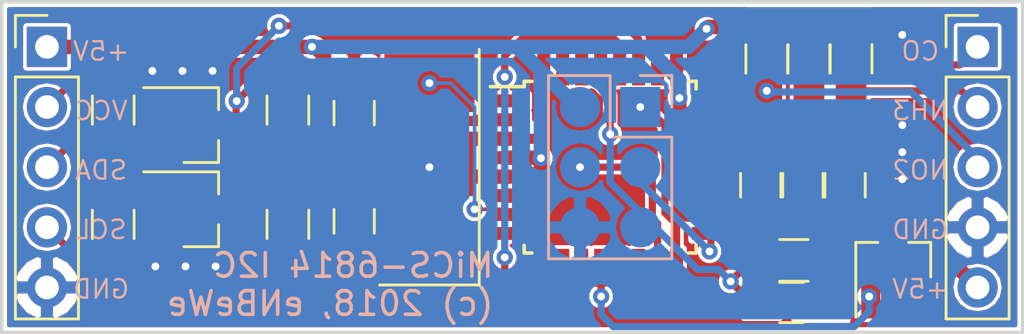
<source format=kicad_pcb>
(kicad_pcb (version 4) (host pcbnew 4.0.7-e2-6376~58~ubuntu16.04.1)

  (general
    (links 56)
    (no_connects 0)
    (area 89.279981 94.5326 137.92302 111.3624)
    (thickness 1.6)
    (drawings 7)
    (tracks 198)
    (zones 0)
    (modules 22)
    (nets 33)
  )

  (page A4)
  (layers
    (0 F.Cu signal)
    (31 B.Cu signal)
    (32 B.Adhes user)
    (33 F.Adhes user)
    (34 B.Paste user)
    (35 F.Paste user)
    (36 B.SilkS user)
    (37 F.SilkS user)
    (38 B.Mask user)
    (39 F.Mask user)
    (40 Dwgs.User user)
    (41 Cmts.User user)
    (42 Eco1.User user)
    (43 Eco2.User user)
    (44 Edge.Cuts user)
    (45 Margin user)
    (46 B.CrtYd user)
    (47 F.CrtYd user)
    (48 B.Fab user)
    (49 F.Fab user)
  )

  (setup
    (last_trace_width 0.1524)
    (trace_clearance 0.1524)
    (zone_clearance 0.1524)
    (zone_45_only no)
    (trace_min 0.1524)
    (segment_width 0.2)
    (edge_width 0.15)
    (via_size 0.6858)
    (via_drill 0.3302)
    (via_min_size 0.6858)
    (via_min_drill 0.3302)
    (uvia_size 0.6858)
    (uvia_drill 0.3302)
    (uvias_allowed no)
    (uvia_min_size 0)
    (uvia_min_drill 0)
    (pcb_text_width 0.3)
    (pcb_text_size 1.5 1.5)
    (mod_edge_width 0.15)
    (mod_text_size 1 1)
    (mod_text_width 0.15)
    (pad_size 1.524 1.524)
    (pad_drill 0.762)
    (pad_to_mask_clearance 0.0508)
    (aux_axis_origin 0 0)
    (visible_elements FFFFFF7F)
    (pcbplotparams
      (layerselection 0x00030_80000001)
      (usegerberextensions false)
      (excludeedgelayer true)
      (linewidth 0.100000)
      (plotframeref false)
      (viasonmask false)
      (mode 1)
      (useauxorigin false)
      (hpglpennumber 1)
      (hpglpenspeed 20)
      (hpglpendiameter 15)
      (hpglpenoverlay 2)
      (psnegative false)
      (psa4output false)
      (plotreference true)
      (plotvalue true)
      (plotinvisibletext false)
      (padsonsilk false)
      (subtractmaskfromsilk false)
      (outputformat 1)
      (mirror false)
      (drillshape 1)
      (scaleselection 1)
      (outputdirectory ""))
  )

  (net 0 "")
  (net 1 +5V)
  (net 2 GND)
  (net 3 "Net-(C5-Pad1)")
  (net 4 RESET)
  (net 5 VCC)
  (net 6 SDA_L)
  (net 7 SCL_L)
  (net 8 MISO)
  (net 9 SCK)
  (net 10 MOSI)
  (net 11 CO)
  (net 12 NH3)
  (net 13 NO2)
  (net 14 +5VA)
  (net 15 SDA_H)
  (net 16 SCL_H)
  (net 17 HEATER_EN)
  (net 18 "Net-(U1-Pad1)")
  (net 19 "Net-(U1-Pad2)")
  (net 20 "Net-(U1-Pad9)")
  (net 21 "Net-(U1-Pad10)")
  (net 22 "Net-(U1-Pad11)")
  (net 23 "Net-(U1-Pad13)")
  (net 24 "Net-(U1-Pad14)")
  (net 25 "Net-(U1-Pad19)")
  (net 26 "Net-(U1-Pad22)")
  (net 27 "Net-(U1-Pad26)")
  (net 28 "Net-(U1-Pad30)")
  (net 29 "Net-(U1-Pad31)")
  (net 30 "Net-(U1-Pad32)")
  (net 31 "Net-(U1-Pad7)")
  (net 32 "Net-(U1-Pad8)")

  (net_class Default "Dies ist die voreingestellte Netzklasse."
    (clearance 0.1524)
    (trace_width 0.1524)
    (via_dia 0.6858)
    (via_drill 0.3302)
    (uvia_dia 0.6858)
    (uvia_drill 0.3302)
    (add_net "Net-(C5-Pad1)")
    (add_net "Net-(U1-Pad1)")
    (add_net "Net-(U1-Pad10)")
    (add_net "Net-(U1-Pad11)")
    (add_net "Net-(U1-Pad13)")
    (add_net "Net-(U1-Pad14)")
    (add_net "Net-(U1-Pad19)")
    (add_net "Net-(U1-Pad2)")
    (add_net "Net-(U1-Pad22)")
    (add_net "Net-(U1-Pad26)")
    (add_net "Net-(U1-Pad30)")
    (add_net "Net-(U1-Pad31)")
    (add_net "Net-(U1-Pad32)")
    (add_net "Net-(U1-Pad7)")
    (add_net "Net-(U1-Pad8)")
    (add_net "Net-(U1-Pad9)")
  )

  (net_class Power ""
    (clearance 0.1524)
    (trace_width 0.6096)
    (via_dia 0.6858)
    (via_drill 0.3302)
    (uvia_dia 0.6858)
    (uvia_drill 0.3302)
    (add_net +5V)
    (add_net +5VA)
    (add_net GND)
  )

  (net_class Signal ""
    (clearance 0.1524)
    (trace_width 0.3048)
    (via_dia 0.6858)
    (via_drill 0.3302)
    (uvia_dia 0.6858)
    (uvia_drill 0.3302)
    (add_net CO)
    (add_net HEATER_EN)
    (add_net MISO)
    (add_net MOSI)
    (add_net NH3)
    (add_net NO2)
    (add_net RESET)
    (add_net SCK)
    (add_net SCL_H)
    (add_net SCL_L)
    (add_net SDA_H)
    (add_net SDA_L)
    (add_net VCC)
  )

  (module Capacitors_SMD:C_0805_HandSoldering (layer F.Cu) (tedit 5A883770) (tstamp 5A8619F3)
    (at 127.635 103.632 90)
    (descr "Capacitor SMD 0805, hand soldering")
    (tags "capacitor 0805")
    (path /5A86EB3D)
    (attr smd)
    (fp_text reference C5 (at 0 -1.75 90) (layer F.SilkS) hide
      (effects (font (size 1 1) (thickness 0.15)))
    )
    (fp_text value 100n (at 0 1.75 90) (layer F.Fab) hide
      (effects (font (size 1 1) (thickness 0.15)))
    )
    (fp_text user %R (at 0 0 90) (layer F.Fab)
      (effects (font (size 0.5 0.5) (thickness 0.075)))
    )
    (fp_line (start -1 0.62) (end -1 -0.62) (layer F.Fab) (width 0.1))
    (fp_line (start 1 0.62) (end -1 0.62) (layer F.Fab) (width 0.1))
    (fp_line (start 1 -0.62) (end 1 0.62) (layer F.Fab) (width 0.1))
    (fp_line (start -1 -0.62) (end 1 -0.62) (layer F.Fab) (width 0.1))
    (fp_line (start 0.5 -0.85) (end -0.5 -0.85) (layer F.SilkS) (width 0.12))
    (fp_line (start -0.5 0.85) (end 0.5 0.85) (layer F.SilkS) (width 0.12))
    (fp_line (start -2.25 -0.88) (end 2.25 -0.88) (layer F.CrtYd) (width 0.05))
    (fp_line (start -2.25 -0.88) (end -2.25 0.87) (layer F.CrtYd) (width 0.05))
    (fp_line (start 2.25 0.87) (end 2.25 -0.88) (layer F.CrtYd) (width 0.05))
    (fp_line (start 2.25 0.87) (end -2.25 0.87) (layer F.CrtYd) (width 0.05))
    (pad 1 smd rect (at -1.25 0 90) (size 1.5 1.25) (layers F.Cu F.Paste F.Mask)
      (net 3 "Net-(C5-Pad1)"))
    (pad 2 smd rect (at 1.25 0 90) (size 1.5 1.25) (layers F.Cu F.Paste F.Mask)
      (net 2 GND))
    (model Capacitors_SMD.3dshapes/C_0805.wrl
      (at (xyz 0 0 0))
      (scale (xyz 1 1 1))
      (rotate (xyz 0 0 0))
    )
  )

  (module Pin_Headers:Pin_Header_Straight_2x03_Pitch2.54mm (layer B.Cu) (tedit 5A8836D7) (tstamp 5A861A18)
    (at 118.999 100.33 180)
    (descr "Through hole straight pin header, 2x03, 2.54mm pitch, double rows")
    (tags "Through hole pin header THT 2x03 2.54mm double row")
    (path /5A865637)
    (fp_text reference J2 (at 1.27 2.33 180) (layer B.SilkS) hide
      (effects (font (size 1 1) (thickness 0.15)) (justify mirror))
    )
    (fp_text value ICSP (at -2.159 -2.794 270) (layer B.Fab)
      (effects (font (size 1 1) (thickness 0.15)) (justify mirror))
    )
    (fp_line (start 0 1.27) (end 3.81 1.27) (layer B.Fab) (width 0.1))
    (fp_line (start 3.81 1.27) (end 3.81 -6.35) (layer B.Fab) (width 0.1))
    (fp_line (start 3.81 -6.35) (end -1.27 -6.35) (layer B.Fab) (width 0.1))
    (fp_line (start -1.27 -6.35) (end -1.27 0) (layer B.Fab) (width 0.1))
    (fp_line (start -1.27 0) (end 0 1.27) (layer B.Fab) (width 0.1))
    (fp_line (start -1.33 -6.41) (end 3.87 -6.41) (layer B.SilkS) (width 0.12))
    (fp_line (start -1.33 -1.27) (end -1.33 -6.41) (layer B.SilkS) (width 0.12))
    (fp_line (start 3.87 1.33) (end 3.87 -6.41) (layer B.SilkS) (width 0.12))
    (fp_line (start -1.33 -1.27) (end 1.27 -1.27) (layer B.SilkS) (width 0.12))
    (fp_line (start 1.27 -1.27) (end 1.27 1.33) (layer B.SilkS) (width 0.12))
    (fp_line (start 1.27 1.33) (end 3.87 1.33) (layer B.SilkS) (width 0.12))
    (fp_line (start -1.33 0) (end -1.33 1.33) (layer B.SilkS) (width 0.12))
    (fp_line (start -1.33 1.33) (end 0 1.33) (layer B.SilkS) (width 0.12))
    (fp_line (start -1.8 1.8) (end -1.8 -6.85) (layer B.CrtYd) (width 0.05))
    (fp_line (start -1.8 -6.85) (end 4.35 -6.85) (layer B.CrtYd) (width 0.05))
    (fp_line (start 4.35 -6.85) (end 4.35 1.8) (layer B.CrtYd) (width 0.05))
    (fp_line (start 4.35 1.8) (end -1.8 1.8) (layer B.CrtYd) (width 0.05))
    (fp_text user %R (at 1.27 -2.54 270) (layer B.Fab) hide
      (effects (font (size 1 1) (thickness 0.15)) (justify mirror))
    )
    (pad 1 smd rect (at 0 0 180) (size 1.7 1.7) (layers B.Cu B.Paste B.Mask)
      (net 8 MISO))
    (pad 2 smd oval (at 2.54 0 180) (size 1.7 1.7) (layers B.Cu B.Paste B.Mask)
      (net 1 +5V))
    (pad 3 smd oval (at 0 -2.54 180) (size 1.7 1.7) (layers B.Cu B.Paste B.Mask)
      (net 9 SCK))
    (pad 4 smd oval (at 2.54 -2.54 180) (size 1.7 1.7) (layers B.Cu B.Paste B.Mask)
      (net 10 MOSI))
    (pad 5 smd oval (at 0 -5.08 180) (size 1.7 1.7) (layers B.Cu B.Paste B.Mask)
      (net 4 RESET))
    (pad 6 smd oval (at 2.54 -5.08 180) (size 1.7 1.7) (layers B.Cu B.Paste B.Mask)
      (net 2 GND))
    (model ${KISYS3DMOD}/Pin_Headers.3dshapes/Pin_Header_Straight_2x03_Pitch2.54mm.wrl
      (at (xyz 0 0 0))
      (scale (xyz 1 1 1))
      (rotate (xyz 0 0 0))
    )
  )

  (module Capacitors_SMD:C_0805_HandSoldering (layer F.Cu) (tedit 5A88362C) (tstamp 5A8619DB)
    (at 106.934 105.156 270)
    (descr "Capacitor SMD 0805, hand soldering")
    (tags "capacitor 0805")
    (path /5A870CE1)
    (attr smd)
    (fp_text reference C1 (at 0 -1.75 270) (layer F.SilkS) hide
      (effects (font (size 1 1) (thickness 0.15)))
    )
    (fp_text value 100n (at 0 1.75 270) (layer F.Fab) hide
      (effects (font (size 1 1) (thickness 0.15)))
    )
    (fp_text user %R (at -0.127 0 270) (layer F.Fab)
      (effects (font (size 0.5 0.5) (thickness 0.075)))
    )
    (fp_line (start -1 0.62) (end -1 -0.62) (layer F.Fab) (width 0.1))
    (fp_line (start 1 0.62) (end -1 0.62) (layer F.Fab) (width 0.1))
    (fp_line (start 1 -0.62) (end 1 0.62) (layer F.Fab) (width 0.1))
    (fp_line (start -1 -0.62) (end 1 -0.62) (layer F.Fab) (width 0.1))
    (fp_line (start 0.5 -0.85) (end -0.5 -0.85) (layer F.SilkS) (width 0.12))
    (fp_line (start -0.5 0.85) (end 0.5 0.85) (layer F.SilkS) (width 0.12))
    (fp_line (start -2.25 -0.88) (end 2.25 -0.88) (layer F.CrtYd) (width 0.05))
    (fp_line (start -2.25 -0.88) (end -2.25 0.87) (layer F.CrtYd) (width 0.05))
    (fp_line (start 2.25 0.87) (end 2.25 -0.88) (layer F.CrtYd) (width 0.05))
    (fp_line (start 2.25 0.87) (end -2.25 0.87) (layer F.CrtYd) (width 0.05))
    (pad 1 smd rect (at -1.25 0 270) (size 1.5 1.25) (layers F.Cu F.Paste F.Mask)
      (net 1 +5V))
    (pad 2 smd rect (at 1.25 0 270) (size 1.5 1.25) (layers F.Cu F.Paste F.Mask)
      (net 2 GND))
    (model Capacitors_SMD.3dshapes/C_0805.wrl
      (at (xyz 0 0 0))
      (scale (xyz 1 1 1))
      (rotate (xyz 0 0 0))
    )
  )

  (module Capacitors_SMD:C_0805_HandSoldering (layer F.Cu) (tedit 5A883765) (tstamp 5A8619E1)
    (at 124.079 103.632 90)
    (descr "Capacitor SMD 0805, hand soldering")
    (tags "capacitor 0805")
    (path /5A86C618)
    (attr smd)
    (fp_text reference C2 (at 0 -1.75 90) (layer F.SilkS) hide
      (effects (font (size 1 1) (thickness 0.15)))
    )
    (fp_text value 100n (at 0 1.75 90) (layer F.Fab) hide
      (effects (font (size 1 1) (thickness 0.15)))
    )
    (fp_text user %R (at 0 0 90) (layer F.Fab)
      (effects (font (size 0.5 0.5) (thickness 0.075)))
    )
    (fp_line (start -1 0.62) (end -1 -0.62) (layer F.Fab) (width 0.1))
    (fp_line (start 1 0.62) (end -1 0.62) (layer F.Fab) (width 0.1))
    (fp_line (start 1 -0.62) (end 1 0.62) (layer F.Fab) (width 0.1))
    (fp_line (start -1 -0.62) (end 1 -0.62) (layer F.Fab) (width 0.1))
    (fp_line (start 0.5 -0.85) (end -0.5 -0.85) (layer F.SilkS) (width 0.12))
    (fp_line (start -0.5 0.85) (end 0.5 0.85) (layer F.SilkS) (width 0.12))
    (fp_line (start -2.25 -0.88) (end 2.25 -0.88) (layer F.CrtYd) (width 0.05))
    (fp_line (start -2.25 -0.88) (end -2.25 0.87) (layer F.CrtYd) (width 0.05))
    (fp_line (start 2.25 0.87) (end 2.25 -0.88) (layer F.CrtYd) (width 0.05))
    (fp_line (start 2.25 0.87) (end -2.25 0.87) (layer F.CrtYd) (width 0.05))
    (pad 1 smd rect (at -1.25 0 90) (size 1.5 1.25) (layers F.Cu F.Paste F.Mask)
      (net 1 +5V))
    (pad 2 smd rect (at 1.25 0 90) (size 1.5 1.25) (layers F.Cu F.Paste F.Mask)
      (net 2 GND))
    (model Capacitors_SMD.3dshapes/C_0805.wrl
      (at (xyz 0 0 0))
      (scale (xyz 1 1 1))
      (rotate (xyz 0 0 0))
    )
  )

  (module Capacitors_SMD:C_0805_HandSoldering (layer F.Cu) (tedit 5A883639) (tstamp 5A8619E7)
    (at 106.934 100.584 90)
    (descr "Capacitor SMD 0805, hand soldering")
    (tags "capacitor 0805")
    (path /5A870BB7)
    (attr smd)
    (fp_text reference C3 (at 0 -1.75 90) (layer F.SilkS) hide
      (effects (font (size 1 1) (thickness 0.15)))
    )
    (fp_text value 10n (at 0 1.75 90) (layer F.Fab) hide
      (effects (font (size 1 1) (thickness 0.15)))
    )
    (fp_text user %R (at 0 0 90) (layer F.Fab)
      (effects (font (size 0.5 0.5) (thickness 0.075)))
    )
    (fp_line (start -1 0.62) (end -1 -0.62) (layer F.Fab) (width 0.1))
    (fp_line (start 1 0.62) (end -1 0.62) (layer F.Fab) (width 0.1))
    (fp_line (start 1 -0.62) (end 1 0.62) (layer F.Fab) (width 0.1))
    (fp_line (start -1 -0.62) (end 1 -0.62) (layer F.Fab) (width 0.1))
    (fp_line (start 0.5 -0.85) (end -0.5 -0.85) (layer F.SilkS) (width 0.12))
    (fp_line (start -0.5 0.85) (end 0.5 0.85) (layer F.SilkS) (width 0.12))
    (fp_line (start -2.25 -0.88) (end 2.25 -0.88) (layer F.CrtYd) (width 0.05))
    (fp_line (start -2.25 -0.88) (end -2.25 0.87) (layer F.CrtYd) (width 0.05))
    (fp_line (start 2.25 0.87) (end 2.25 -0.88) (layer F.CrtYd) (width 0.05))
    (fp_line (start 2.25 0.87) (end -2.25 0.87) (layer F.CrtYd) (width 0.05))
    (pad 1 smd rect (at -1.25 0 90) (size 1.5 1.25) (layers F.Cu F.Paste F.Mask)
      (net 1 +5V))
    (pad 2 smd rect (at 1.25 0 90) (size 1.5 1.25) (layers F.Cu F.Paste F.Mask)
      (net 2 GND))
    (model Capacitors_SMD.3dshapes/C_0805.wrl
      (at (xyz 0 0 0))
      (scale (xyz 1 1 1))
      (rotate (xyz 0 0 0))
    )
  )

  (module Capacitors_SMD:C_0805_HandSoldering (layer F.Cu) (tedit 5A88376A) (tstamp 5A8619ED)
    (at 125.857 103.632 90)
    (descr "Capacitor SMD 0805, hand soldering")
    (tags "capacitor 0805")
    (path /5A871135)
    (attr smd)
    (fp_text reference C4 (at 0 -1.75 90) (layer F.SilkS) hide
      (effects (font (size 1 1) (thickness 0.15)))
    )
    (fp_text value 100n (at 0 1.75 90) (layer F.Fab) hide
      (effects (font (size 1 1) (thickness 0.15)))
    )
    (fp_text user %R (at 0 0 90) (layer F.Fab)
      (effects (font (size 0.5 0.5) (thickness 0.075)))
    )
    (fp_line (start -1 0.62) (end -1 -0.62) (layer F.Fab) (width 0.1))
    (fp_line (start 1 0.62) (end -1 0.62) (layer F.Fab) (width 0.1))
    (fp_line (start 1 -0.62) (end 1 0.62) (layer F.Fab) (width 0.1))
    (fp_line (start -1 -0.62) (end 1 -0.62) (layer F.Fab) (width 0.1))
    (fp_line (start 0.5 -0.85) (end -0.5 -0.85) (layer F.SilkS) (width 0.12))
    (fp_line (start -0.5 0.85) (end 0.5 0.85) (layer F.SilkS) (width 0.12))
    (fp_line (start -2.25 -0.88) (end 2.25 -0.88) (layer F.CrtYd) (width 0.05))
    (fp_line (start -2.25 -0.88) (end -2.25 0.87) (layer F.CrtYd) (width 0.05))
    (fp_line (start 2.25 0.87) (end 2.25 -0.88) (layer F.CrtYd) (width 0.05))
    (fp_line (start 2.25 0.87) (end -2.25 0.87) (layer F.CrtYd) (width 0.05))
    (pad 1 smd rect (at -1.25 0 90) (size 1.5 1.25) (layers F.Cu F.Paste F.Mask)
      (net 1 +5V))
    (pad 2 smd rect (at 1.25 0 90) (size 1.5 1.25) (layers F.Cu F.Paste F.Mask)
      (net 2 GND))
    (model Capacitors_SMD.3dshapes/C_0805.wrl
      (at (xyz 0 0 0))
      (scale (xyz 1 1 1))
      (rotate (xyz 0 0 0))
    )
  )

  (module Capacitors_SMD:C_0805_HandSoldering (layer F.Cu) (tedit 5A8837C0) (tstamp 5A8619F9)
    (at 125.3744 108.585)
    (descr "Capacitor SMD 0805, hand soldering")
    (tags "capacitor 0805")
    (path /5A87D267)
    (attr smd)
    (fp_text reference C6 (at 0 -1.75) (layer F.SilkS) hide
      (effects (font (size 1 1) (thickness 0.15)))
    )
    (fp_text value 100n (at 0 1.75) (layer F.Fab) hide
      (effects (font (size 1 1) (thickness 0.15)))
    )
    (fp_text user %R (at -0.0254 0) (layer F.Fab)
      (effects (font (size 0.5 0.5) (thickness 0.075)))
    )
    (fp_line (start -1 0.62) (end -1 -0.62) (layer F.Fab) (width 0.1))
    (fp_line (start 1 0.62) (end -1 0.62) (layer F.Fab) (width 0.1))
    (fp_line (start 1 -0.62) (end 1 0.62) (layer F.Fab) (width 0.1))
    (fp_line (start -1 -0.62) (end 1 -0.62) (layer F.Fab) (width 0.1))
    (fp_line (start 0.5 -0.85) (end -0.5 -0.85) (layer F.SilkS) (width 0.12))
    (fp_line (start -0.5 0.85) (end 0.5 0.85) (layer F.SilkS) (width 0.12))
    (fp_line (start -2.25 -0.88) (end 2.25 -0.88) (layer F.CrtYd) (width 0.05))
    (fp_line (start -2.25 -0.88) (end -2.25 0.87) (layer F.CrtYd) (width 0.05))
    (fp_line (start 2.25 0.87) (end 2.25 -0.88) (layer F.CrtYd) (width 0.05))
    (fp_line (start 2.25 0.87) (end -2.25 0.87) (layer F.CrtYd) (width 0.05))
    (pad 1 smd rect (at -1.25 0) (size 1.5 1.25) (layers F.Cu F.Paste F.Mask)
      (net 4 RESET))
    (pad 2 smd rect (at 1.25 0) (size 1.5 1.25) (layers F.Cu F.Paste F.Mask)
      (net 2 GND))
    (model Capacitors_SMD.3dshapes/C_0805.wrl
      (at (xyz 0 0 0))
      (scale (xyz 1 1 1))
      (rotate (xyz 0 0 0))
    )
  )

  (module Socket_Strips:Socket_Strip_Straight_1x05_Pitch2.54mm (layer F.Cu) (tedit 5A8837CD) (tstamp 5A861A21)
    (at 133.223 97.79)
    (descr "Through hole straight socket strip, 1x05, 2.54mm pitch, single row")
    (tags "Through hole socket strip THT 1x05 2.54mm single row")
    (path /5A85F1CF)
    (fp_text reference J3 (at 0 -2.33) (layer F.SilkS) hide
      (effects (font (size 1 1) (thickness 0.15)))
    )
    (fp_text value Conn_01x05 (at 0 12.49) (layer F.Fab) hide
      (effects (font (size 1 1) (thickness 0.15)))
    )
    (fp_line (start -1.27 -1.27) (end -1.27 11.43) (layer F.Fab) (width 0.1))
    (fp_line (start -1.27 11.43) (end 1.27 11.43) (layer F.Fab) (width 0.1))
    (fp_line (start 1.27 11.43) (end 1.27 -1.27) (layer F.Fab) (width 0.1))
    (fp_line (start 1.27 -1.27) (end -1.27 -1.27) (layer F.Fab) (width 0.1))
    (fp_line (start -1.33 1.27) (end -1.33 11.49) (layer F.SilkS) (width 0.12))
    (fp_line (start -1.33 11.49) (end 1.33 11.49) (layer F.SilkS) (width 0.12))
    (fp_line (start 1.33 11.49) (end 1.33 1.27) (layer F.SilkS) (width 0.12))
    (fp_line (start 1.33 1.27) (end -1.33 1.27) (layer F.SilkS) (width 0.12))
    (fp_line (start -1.33 0) (end -1.33 -1.33) (layer F.SilkS) (width 0.12))
    (fp_line (start -1.33 -1.33) (end 0 -1.33) (layer F.SilkS) (width 0.12))
    (fp_line (start -1.8 -1.8) (end -1.8 11.95) (layer F.CrtYd) (width 0.05))
    (fp_line (start -1.8 11.95) (end 1.8 11.95) (layer F.CrtYd) (width 0.05))
    (fp_line (start 1.8 11.95) (end 1.8 -1.8) (layer F.CrtYd) (width 0.05))
    (fp_line (start 1.8 -1.8) (end -1.8 -1.8) (layer F.CrtYd) (width 0.05))
    (pad 1 thru_hole rect (at 0 0) (size 1.7 1.7) (drill 1) (layers *.Cu *.Mask)
      (net 11 CO))
    (pad 2 thru_hole oval (at 0 2.54) (size 1.7 1.7) (drill 1) (layers *.Cu *.Mask)
      (net 12 NH3))
    (pad 3 thru_hole oval (at 0 5.08) (size 1.7 1.7) (drill 1) (layers *.Cu *.Mask)
      (net 13 NO2))
    (pad 4 thru_hole oval (at 0 7.62) (size 1.7 1.7) (drill 1) (layers *.Cu *.Mask)
      (net 2 GND))
    (pad 5 thru_hole oval (at 0 10.16) (size 1.7 1.7) (drill 1) (layers *.Cu *.Mask)
      (net 14 +5VA))
    (model ${KISYS3DMOD}/Socket_Strips.3dshapes/Socket_Strip_Straight_1x05_Pitch2.54mm.wrl
      (at (xyz 0 -0.2 0))
      (scale (xyz 1 1 1))
      (rotate (xyz 0 0 270))
    )
  )

  (module TO_SOT_Packages_SMD:SOT-23_Handsoldering (layer F.Cu) (tedit 5A8835DC) (tstamp 5A861A28)
    (at 100.457 101.092)
    (descr "SOT-23, Handsoldering")
    (tags SOT-23)
    (path /5A8607AE)
    (attr smd)
    (fp_text reference Q1 (at 0 -2.5) (layer F.SilkS) hide
      (effects (font (size 1 1) (thickness 0.15)))
    )
    (fp_text value BSS138 (at 0 2.5) (layer F.Fab) hide
      (effects (font (size 1 1) (thickness 0.15)))
    )
    (fp_text user %R (at 0 0 90) (layer F.Fab)
      (effects (font (size 0.5 0.5) (thickness 0.075)))
    )
    (fp_line (start 0.76 1.58) (end 0.76 0.65) (layer F.SilkS) (width 0.12))
    (fp_line (start 0.76 -1.58) (end 0.76 -0.65) (layer F.SilkS) (width 0.12))
    (fp_line (start -2.7 -1.75) (end 2.7 -1.75) (layer F.CrtYd) (width 0.05))
    (fp_line (start 2.7 -1.75) (end 2.7 1.75) (layer F.CrtYd) (width 0.05))
    (fp_line (start 2.7 1.75) (end -2.7 1.75) (layer F.CrtYd) (width 0.05))
    (fp_line (start -2.7 1.75) (end -2.7 -1.75) (layer F.CrtYd) (width 0.05))
    (fp_line (start 0.76 -1.58) (end -2.4 -1.58) (layer F.SilkS) (width 0.12))
    (fp_line (start -0.7 -0.95) (end -0.7 1.5) (layer F.Fab) (width 0.1))
    (fp_line (start -0.15 -1.52) (end 0.7 -1.52) (layer F.Fab) (width 0.1))
    (fp_line (start -0.7 -0.95) (end -0.15 -1.52) (layer F.Fab) (width 0.1))
    (fp_line (start 0.7 -1.52) (end 0.7 1.52) (layer F.Fab) (width 0.1))
    (fp_line (start -0.7 1.52) (end 0.7 1.52) (layer F.Fab) (width 0.1))
    (fp_line (start 0.76 1.58) (end -0.7 1.58) (layer F.SilkS) (width 0.12))
    (pad 1 smd rect (at -1.5 -0.95) (size 1.9 0.8) (layers F.Cu F.Paste F.Mask)
      (net 5 VCC))
    (pad 2 smd rect (at -1.5 0.95) (size 1.9 0.8) (layers F.Cu F.Paste F.Mask)
      (net 6 SDA_L))
    (pad 3 smd rect (at 1.5 0) (size 1.9 0.8) (layers F.Cu F.Paste F.Mask)
      (net 15 SDA_H))
    (model ${KISYS3DMOD}/TO_SOT_Packages_SMD.3dshapes\SOT-23.wrl
      (at (xyz 0 0 0))
      (scale (xyz 1 1 1))
      (rotate (xyz 0 0 0))
    )
  )

  (module TO_SOT_Packages_SMD:SOT-23_Handsoldering (layer F.Cu) (tedit 5A8835E2) (tstamp 5A861A2F)
    (at 100.457 104.648)
    (descr "SOT-23, Handsoldering")
    (tags SOT-23)
    (path /5A860837)
    (attr smd)
    (fp_text reference Q2 (at 0 -2.5) (layer F.SilkS) hide
      (effects (font (size 1 1) (thickness 0.15)))
    )
    (fp_text value BSS138 (at 0 2.5) (layer F.Fab) hide
      (effects (font (size 1 1) (thickness 0.15)))
    )
    (fp_text user %R (at 0 0 90) (layer F.Fab)
      (effects (font (size 0.5 0.5) (thickness 0.075)))
    )
    (fp_line (start 0.76 1.58) (end 0.76 0.65) (layer F.SilkS) (width 0.12))
    (fp_line (start 0.76 -1.58) (end 0.76 -0.65) (layer F.SilkS) (width 0.12))
    (fp_line (start -2.7 -1.75) (end 2.7 -1.75) (layer F.CrtYd) (width 0.05))
    (fp_line (start 2.7 -1.75) (end 2.7 1.75) (layer F.CrtYd) (width 0.05))
    (fp_line (start 2.7 1.75) (end -2.7 1.75) (layer F.CrtYd) (width 0.05))
    (fp_line (start -2.7 1.75) (end -2.7 -1.75) (layer F.CrtYd) (width 0.05))
    (fp_line (start 0.76 -1.58) (end -2.4 -1.58) (layer F.SilkS) (width 0.12))
    (fp_line (start -0.7 -0.95) (end -0.7 1.5) (layer F.Fab) (width 0.1))
    (fp_line (start -0.15 -1.52) (end 0.7 -1.52) (layer F.Fab) (width 0.1))
    (fp_line (start -0.7 -0.95) (end -0.15 -1.52) (layer F.Fab) (width 0.1))
    (fp_line (start 0.7 -1.52) (end 0.7 1.52) (layer F.Fab) (width 0.1))
    (fp_line (start -0.7 1.52) (end 0.7 1.52) (layer F.Fab) (width 0.1))
    (fp_line (start 0.76 1.58) (end -0.7 1.58) (layer F.SilkS) (width 0.12))
    (pad 1 smd rect (at -1.5 -0.95) (size 1.9 0.8) (layers F.Cu F.Paste F.Mask)
      (net 5 VCC))
    (pad 2 smd rect (at -1.5 0.95) (size 1.9 0.8) (layers F.Cu F.Paste F.Mask)
      (net 7 SCL_L))
    (pad 3 smd rect (at 1.5 0) (size 1.9 0.8) (layers F.Cu F.Paste F.Mask)
      (net 16 SCL_H))
    (model ${KISYS3DMOD}/TO_SOT_Packages_SMD.3dshapes\SOT-23.wrl
      (at (xyz 0 0 0))
      (scale (xyz 1 1 1))
      (rotate (xyz 0 0 0))
    )
  )

  (module TO_SOT_Packages_SMD:SOT-23_Handsoldering (layer F.Cu) (tedit 5A883782) (tstamp 5A861A36)
    (at 129.667 106.807 90)
    (descr "SOT-23, Handsoldering")
    (tags SOT-23)
    (path /5A875453)
    (attr smd)
    (fp_text reference Q3 (at 0 -2.5 90) (layer F.SilkS) hide
      (effects (font (size 1 1) (thickness 0.15)))
    )
    (fp_text value Si2301 (at 0 2.5 90) (layer F.Fab) hide
      (effects (font (size 1 1) (thickness 0.15)))
    )
    (fp_text user %R (at 0 0 180) (layer F.Fab)
      (effects (font (size 0.5 0.5) (thickness 0.075)))
    )
    (fp_line (start 0.76 1.58) (end 0.76 0.65) (layer F.SilkS) (width 0.12))
    (fp_line (start 0.76 -1.58) (end 0.76 -0.65) (layer F.SilkS) (width 0.12))
    (fp_line (start -2.7 -1.75) (end 2.7 -1.75) (layer F.CrtYd) (width 0.05))
    (fp_line (start 2.7 -1.75) (end 2.7 1.75) (layer F.CrtYd) (width 0.05))
    (fp_line (start 2.7 1.75) (end -2.7 1.75) (layer F.CrtYd) (width 0.05))
    (fp_line (start -2.7 1.75) (end -2.7 -1.75) (layer F.CrtYd) (width 0.05))
    (fp_line (start 0.76 -1.58) (end -2.4 -1.58) (layer F.SilkS) (width 0.12))
    (fp_line (start -0.7 -0.95) (end -0.7 1.5) (layer F.Fab) (width 0.1))
    (fp_line (start -0.15 -1.52) (end 0.7 -1.52) (layer F.Fab) (width 0.1))
    (fp_line (start -0.7 -0.95) (end -0.15 -1.52) (layer F.Fab) (width 0.1))
    (fp_line (start 0.7 -1.52) (end 0.7 1.52) (layer F.Fab) (width 0.1))
    (fp_line (start -0.7 1.52) (end 0.7 1.52) (layer F.Fab) (width 0.1))
    (fp_line (start 0.76 1.58) (end -0.7 1.58) (layer F.SilkS) (width 0.12))
    (pad 1 smd rect (at -1.5 -0.95 90) (size 1.9 0.8) (layers F.Cu F.Paste F.Mask)
      (net 17 HEATER_EN))
    (pad 2 smd rect (at -1.5 0.95 90) (size 1.9 0.8) (layers F.Cu F.Paste F.Mask)
      (net 1 +5V))
    (pad 3 smd rect (at 1.5 0 90) (size 1.9 0.8) (layers F.Cu F.Paste F.Mask)
      (net 14 +5VA))
    (model ${KISYS3DMOD}/TO_SOT_Packages_SMD.3dshapes\SOT-23.wrl
      (at (xyz 0 0 0))
      (scale (xyz 1 1 1))
      (rotate (xyz 0 0 0))
    )
  )

  (module Resistors_SMD:R_0805_HandSoldering (layer F.Cu) (tedit 5A8835D6) (tstamp 5A861A3C)
    (at 96.774 100.457 270)
    (descr "Resistor SMD 0805, hand soldering")
    (tags "resistor 0805")
    (path /5A860C70)
    (attr smd)
    (fp_text reference R1 (at 0 -1.7 270) (layer F.SilkS) hide
      (effects (font (size 1 1) (thickness 0.15)))
    )
    (fp_text value 10k (at 0 1.75 270) (layer F.Fab) hide
      (effects (font (size 1 1) (thickness 0.15)))
    )
    (fp_text user %R (at 0 0 270) (layer F.Fab)
      (effects (font (size 0.5 0.5) (thickness 0.075)))
    )
    (fp_line (start -1 0.62) (end -1 -0.62) (layer F.Fab) (width 0.1))
    (fp_line (start 1 0.62) (end -1 0.62) (layer F.Fab) (width 0.1))
    (fp_line (start 1 -0.62) (end 1 0.62) (layer F.Fab) (width 0.1))
    (fp_line (start -1 -0.62) (end 1 -0.62) (layer F.Fab) (width 0.1))
    (fp_line (start 0.6 0.88) (end -0.6 0.88) (layer F.SilkS) (width 0.12))
    (fp_line (start -0.6 -0.88) (end 0.6 -0.88) (layer F.SilkS) (width 0.12))
    (fp_line (start -2.35 -0.9) (end 2.35 -0.9) (layer F.CrtYd) (width 0.05))
    (fp_line (start -2.35 -0.9) (end -2.35 0.9) (layer F.CrtYd) (width 0.05))
    (fp_line (start 2.35 0.9) (end 2.35 -0.9) (layer F.CrtYd) (width 0.05))
    (fp_line (start 2.35 0.9) (end -2.35 0.9) (layer F.CrtYd) (width 0.05))
    (pad 1 smd rect (at -1.35 0 270) (size 1.5 1.3) (layers F.Cu F.Paste F.Mask)
      (net 5 VCC))
    (pad 2 smd rect (at 1.35 0 270) (size 1.5 1.3) (layers F.Cu F.Paste F.Mask)
      (net 6 SDA_L))
    (model ${KISYS3DMOD}/Resistors_SMD.3dshapes/R_0805.wrl
      (at (xyz 0 0 0))
      (scale (xyz 1 1 1))
      (rotate (xyz 0 0 0))
    )
  )

  (module Resistors_SMD:R_0805_HandSoldering (layer F.Cu) (tedit 5A8835C5) (tstamp 5A861A42)
    (at 96.774 105.283 270)
    (descr "Resistor SMD 0805, hand soldering")
    (tags "resistor 0805")
    (path /5A860CDF)
    (attr smd)
    (fp_text reference R2 (at 0 -1.7 270) (layer F.SilkS) hide
      (effects (font (size 1 1) (thickness 0.15)))
    )
    (fp_text value 10k (at 0 1.75 270) (layer F.Fab) hide
      (effects (font (size 1 1) (thickness 0.15)))
    )
    (fp_text user %R (at 0 0 270) (layer F.Fab)
      (effects (font (size 0.5 0.5) (thickness 0.075)))
    )
    (fp_line (start -1 0.62) (end -1 -0.62) (layer F.Fab) (width 0.1))
    (fp_line (start 1 0.62) (end -1 0.62) (layer F.Fab) (width 0.1))
    (fp_line (start 1 -0.62) (end 1 0.62) (layer F.Fab) (width 0.1))
    (fp_line (start -1 -0.62) (end 1 -0.62) (layer F.Fab) (width 0.1))
    (fp_line (start 0.6 0.88) (end -0.6 0.88) (layer F.SilkS) (width 0.12))
    (fp_line (start -0.6 -0.88) (end 0.6 -0.88) (layer F.SilkS) (width 0.12))
    (fp_line (start -2.35 -0.9) (end 2.35 -0.9) (layer F.CrtYd) (width 0.05))
    (fp_line (start -2.35 -0.9) (end -2.35 0.9) (layer F.CrtYd) (width 0.05))
    (fp_line (start 2.35 0.9) (end 2.35 -0.9) (layer F.CrtYd) (width 0.05))
    (fp_line (start 2.35 0.9) (end -2.35 0.9) (layer F.CrtYd) (width 0.05))
    (pad 1 smd rect (at -1.35 0 270) (size 1.5 1.3) (layers F.Cu F.Paste F.Mask)
      (net 5 VCC))
    (pad 2 smd rect (at 1.35 0 270) (size 1.5 1.3) (layers F.Cu F.Paste F.Mask)
      (net 7 SCL_L))
    (model ${KISYS3DMOD}/Resistors_SMD.3dshapes/R_0805.wrl
      (at (xyz 0 0 0))
      (scale (xyz 1 1 1))
      (rotate (xyz 0 0 0))
    )
  )

  (module Resistors_SMD:R_0805_HandSoldering (layer F.Cu) (tedit 5A883725) (tstamp 5A861A48)
    (at 124.333 98.298 90)
    (descr "Resistor SMD 0805, hand soldering")
    (tags "resistor 0805")
    (path /5A872A50)
    (attr smd)
    (fp_text reference R3 (at 0 -1.7 90) (layer F.SilkS) hide
      (effects (font (size 1 1) (thickness 0.15)))
    )
    (fp_text value 10k (at 0 1.75 90) (layer F.Fab) hide
      (effects (font (size 1 1) (thickness 0.15)))
    )
    (fp_text user %R (at 0 0 90) (layer F.Fab)
      (effects (font (size 0.5 0.5) (thickness 0.075)))
    )
    (fp_line (start -1 0.62) (end -1 -0.62) (layer F.Fab) (width 0.1))
    (fp_line (start 1 0.62) (end -1 0.62) (layer F.Fab) (width 0.1))
    (fp_line (start 1 -0.62) (end 1 0.62) (layer F.Fab) (width 0.1))
    (fp_line (start -1 -0.62) (end 1 -0.62) (layer F.Fab) (width 0.1))
    (fp_line (start 0.6 0.88) (end -0.6 0.88) (layer F.SilkS) (width 0.12))
    (fp_line (start -0.6 -0.88) (end 0.6 -0.88) (layer F.SilkS) (width 0.12))
    (fp_line (start -2.35 -0.9) (end 2.35 -0.9) (layer F.CrtYd) (width 0.05))
    (fp_line (start -2.35 -0.9) (end -2.35 0.9) (layer F.CrtYd) (width 0.05))
    (fp_line (start 2.35 0.9) (end 2.35 -0.9) (layer F.CrtYd) (width 0.05))
    (fp_line (start 2.35 0.9) (end -2.35 0.9) (layer F.CrtYd) (width 0.05))
    (pad 1 smd rect (at -1.35 0 90) (size 1.5 1.3) (layers F.Cu F.Paste F.Mask)
      (net 13 NO2))
    (pad 2 smd rect (at 1.35 0 90) (size 1.5 1.3) (layers F.Cu F.Paste F.Mask)
      (net 1 +5V))
    (model ${KISYS3DMOD}/Resistors_SMD.3dshapes/R_0805.wrl
      (at (xyz 0 0 0))
      (scale (xyz 1 1 1))
      (rotate (xyz 0 0 0))
    )
  )

  (module Resistors_SMD:R_0805_HandSoldering (layer F.Cu) (tedit 5A88371F) (tstamp 5A861A4E)
    (at 126.111 98.298 90)
    (descr "Resistor SMD 0805, hand soldering")
    (tags "resistor 0805")
    (path /5A872CF7)
    (attr smd)
    (fp_text reference R4 (at 0 -1.7 90) (layer F.SilkS) hide
      (effects (font (size 1 1) (thickness 0.15)))
    )
    (fp_text value 560k (at 0 1.75 90) (layer F.Fab) hide
      (effects (font (size 1 1) (thickness 0.15)))
    )
    (fp_text user %R (at 0 0 90) (layer F.Fab)
      (effects (font (size 0.5 0.5) (thickness 0.075)))
    )
    (fp_line (start -1 0.62) (end -1 -0.62) (layer F.Fab) (width 0.1))
    (fp_line (start 1 0.62) (end -1 0.62) (layer F.Fab) (width 0.1))
    (fp_line (start 1 -0.62) (end 1 0.62) (layer F.Fab) (width 0.1))
    (fp_line (start -1 -0.62) (end 1 -0.62) (layer F.Fab) (width 0.1))
    (fp_line (start 0.6 0.88) (end -0.6 0.88) (layer F.SilkS) (width 0.12))
    (fp_line (start -0.6 -0.88) (end 0.6 -0.88) (layer F.SilkS) (width 0.12))
    (fp_line (start -2.35 -0.9) (end 2.35 -0.9) (layer F.CrtYd) (width 0.05))
    (fp_line (start -2.35 -0.9) (end -2.35 0.9) (layer F.CrtYd) (width 0.05))
    (fp_line (start 2.35 0.9) (end 2.35 -0.9) (layer F.CrtYd) (width 0.05))
    (fp_line (start 2.35 0.9) (end -2.35 0.9) (layer F.CrtYd) (width 0.05))
    (pad 1 smd rect (at -1.35 0 90) (size 1.5 1.3) (layers F.Cu F.Paste F.Mask)
      (net 11 CO))
    (pad 2 smd rect (at 1.35 0 90) (size 1.5 1.3) (layers F.Cu F.Paste F.Mask)
      (net 1 +5V))
    (model ${KISYS3DMOD}/Resistors_SMD.3dshapes/R_0805.wrl
      (at (xyz 0 0 0))
      (scale (xyz 1 1 1))
      (rotate (xyz 0 0 0))
    )
  )

  (module Resistors_SMD:R_0805_HandSoldering (layer F.Cu) (tedit 5A883719) (tstamp 5A861A54)
    (at 127.889 98.298 90)
    (descr "Resistor SMD 0805, hand soldering")
    (tags "resistor 0805")
    (path /5A872D91)
    (attr smd)
    (fp_text reference R5 (at 0 -1.7 90) (layer F.SilkS) hide
      (effects (font (size 1 1) (thickness 0.15)))
    )
    (fp_text value 470k (at 0 1.75 90) (layer F.Fab) hide
      (effects (font (size 1 1) (thickness 0.15)))
    )
    (fp_text user %R (at 0 0 90) (layer F.Fab)
      (effects (font (size 0.5 0.5) (thickness 0.075)))
    )
    (fp_line (start -1 0.62) (end -1 -0.62) (layer F.Fab) (width 0.1))
    (fp_line (start 1 0.62) (end -1 0.62) (layer F.Fab) (width 0.1))
    (fp_line (start 1 -0.62) (end 1 0.62) (layer F.Fab) (width 0.1))
    (fp_line (start -1 -0.62) (end 1 -0.62) (layer F.Fab) (width 0.1))
    (fp_line (start 0.6 0.88) (end -0.6 0.88) (layer F.SilkS) (width 0.12))
    (fp_line (start -0.6 -0.88) (end 0.6 -0.88) (layer F.SilkS) (width 0.12))
    (fp_line (start -2.35 -0.9) (end 2.35 -0.9) (layer F.CrtYd) (width 0.05))
    (fp_line (start -2.35 -0.9) (end -2.35 0.9) (layer F.CrtYd) (width 0.05))
    (fp_line (start 2.35 0.9) (end 2.35 -0.9) (layer F.CrtYd) (width 0.05))
    (fp_line (start 2.35 0.9) (end -2.35 0.9) (layer F.CrtYd) (width 0.05))
    (pad 1 smd rect (at -1.35 0 90) (size 1.5 1.3) (layers F.Cu F.Paste F.Mask)
      (net 12 NH3))
    (pad 2 smd rect (at 1.35 0 90) (size 1.5 1.3) (layers F.Cu F.Paste F.Mask)
      (net 1 +5V))
    (model ${KISYS3DMOD}/Resistors_SMD.3dshapes/R_0805.wrl
      (at (xyz 0 0 0))
      (scale (xyz 1 1 1))
      (rotate (xyz 0 0 0))
    )
  )

  (module Resistors_SMD:R_0805_HandSoldering (layer F.Cu) (tedit 5A8835F4) (tstamp 5A861A5A)
    (at 104.14 100.457 90)
    (descr "Resistor SMD 0805, hand soldering")
    (tags "resistor 0805")
    (path /5A860D16)
    (attr smd)
    (fp_text reference R6 (at 0 -1.7 90) (layer F.SilkS) hide
      (effects (font (size 1 1) (thickness 0.15)))
    )
    (fp_text value 10k (at 0 1.75 90) (layer F.Fab) hide
      (effects (font (size 1 1) (thickness 0.15)))
    )
    (fp_text user %R (at 0 0 90) (layer F.Fab)
      (effects (font (size 0.5 0.5) (thickness 0.075)))
    )
    (fp_line (start -1 0.62) (end -1 -0.62) (layer F.Fab) (width 0.1))
    (fp_line (start 1 0.62) (end -1 0.62) (layer F.Fab) (width 0.1))
    (fp_line (start 1 -0.62) (end 1 0.62) (layer F.Fab) (width 0.1))
    (fp_line (start -1 -0.62) (end 1 -0.62) (layer F.Fab) (width 0.1))
    (fp_line (start 0.6 0.88) (end -0.6 0.88) (layer F.SilkS) (width 0.12))
    (fp_line (start -0.6 -0.88) (end 0.6 -0.88) (layer F.SilkS) (width 0.12))
    (fp_line (start -2.35 -0.9) (end 2.35 -0.9) (layer F.CrtYd) (width 0.05))
    (fp_line (start -2.35 -0.9) (end -2.35 0.9) (layer F.CrtYd) (width 0.05))
    (fp_line (start 2.35 0.9) (end 2.35 -0.9) (layer F.CrtYd) (width 0.05))
    (fp_line (start 2.35 0.9) (end -2.35 0.9) (layer F.CrtYd) (width 0.05))
    (pad 1 smd rect (at -1.35 0 90) (size 1.5 1.3) (layers F.Cu F.Paste F.Mask)
      (net 1 +5V))
    (pad 2 smd rect (at 1.35 0 90) (size 1.5 1.3) (layers F.Cu F.Paste F.Mask)
      (net 15 SDA_H))
    (model ${KISYS3DMOD}/Resistors_SMD.3dshapes/R_0805.wrl
      (at (xyz 0 0 0))
      (scale (xyz 1 1 1))
      (rotate (xyz 0 0 0))
    )
  )

  (module Resistors_SMD:R_0805_HandSoldering (layer F.Cu) (tedit 5A883601) (tstamp 5A861A60)
    (at 104.14 105.283 270)
    (descr "Resistor SMD 0805, hand soldering")
    (tags "resistor 0805")
    (path /5A860D61)
    (attr smd)
    (fp_text reference R7 (at 0 -1.7 270) (layer F.SilkS) hide
      (effects (font (size 1 1) (thickness 0.15)))
    )
    (fp_text value 10k (at 0 1.75 270) (layer F.Fab) hide
      (effects (font (size 1 1) (thickness 0.15)))
    )
    (fp_text user %R (at 0 0 270) (layer F.Fab)
      (effects (font (size 0.5 0.5) (thickness 0.075)))
    )
    (fp_line (start -1 0.62) (end -1 -0.62) (layer F.Fab) (width 0.1))
    (fp_line (start 1 0.62) (end -1 0.62) (layer F.Fab) (width 0.1))
    (fp_line (start 1 -0.62) (end 1 0.62) (layer F.Fab) (width 0.1))
    (fp_line (start -1 -0.62) (end 1 -0.62) (layer F.Fab) (width 0.1))
    (fp_line (start 0.6 0.88) (end -0.6 0.88) (layer F.SilkS) (width 0.12))
    (fp_line (start -0.6 -0.88) (end 0.6 -0.88) (layer F.SilkS) (width 0.12))
    (fp_line (start -2.35 -0.9) (end 2.35 -0.9) (layer F.CrtYd) (width 0.05))
    (fp_line (start -2.35 -0.9) (end -2.35 0.9) (layer F.CrtYd) (width 0.05))
    (fp_line (start 2.35 0.9) (end 2.35 -0.9) (layer F.CrtYd) (width 0.05))
    (fp_line (start 2.35 0.9) (end -2.35 0.9) (layer F.CrtYd) (width 0.05))
    (pad 1 smd rect (at -1.35 0 270) (size 1.5 1.3) (layers F.Cu F.Paste F.Mask)
      (net 1 +5V))
    (pad 2 smd rect (at 1.35 0 270) (size 1.5 1.3) (layers F.Cu F.Paste F.Mask)
      (net 16 SCL_H))
    (model ${KISYS3DMOD}/Resistors_SMD.3dshapes/R_0805.wrl
      (at (xyz 0 0 0))
      (scale (xyz 1 1 1))
      (rotate (xyz 0 0 0))
    )
  )

  (module Resistors_SMD:R_0805_HandSoldering (layer F.Cu) (tedit 5A8837A7) (tstamp 5A861A66)
    (at 125.476 106.807 180)
    (descr "Resistor SMD 0805, hand soldering")
    (tags "resistor 0805")
    (path /5A87D68D)
    (attr smd)
    (fp_text reference R8 (at 0 -1.7 180) (layer F.SilkS) hide
      (effects (font (size 1 1) (thickness 0.15)))
    )
    (fp_text value 10k (at 0 1.75 180) (layer F.Fab) hide
      (effects (font (size 1 1) (thickness 0.15)))
    )
    (fp_text user %R (at 0 0 180) (layer F.Fab)
      (effects (font (size 0.5 0.5) (thickness 0.075)))
    )
    (fp_line (start -1 0.62) (end -1 -0.62) (layer F.Fab) (width 0.1))
    (fp_line (start 1 0.62) (end -1 0.62) (layer F.Fab) (width 0.1))
    (fp_line (start 1 -0.62) (end 1 0.62) (layer F.Fab) (width 0.1))
    (fp_line (start -1 -0.62) (end 1 -0.62) (layer F.Fab) (width 0.1))
    (fp_line (start 0.6 0.88) (end -0.6 0.88) (layer F.SilkS) (width 0.12))
    (fp_line (start -0.6 -0.88) (end 0.6 -0.88) (layer F.SilkS) (width 0.12))
    (fp_line (start -2.35 -0.9) (end 2.35 -0.9) (layer F.CrtYd) (width 0.05))
    (fp_line (start -2.35 -0.9) (end -2.35 0.9) (layer F.CrtYd) (width 0.05))
    (fp_line (start 2.35 0.9) (end 2.35 -0.9) (layer F.CrtYd) (width 0.05))
    (fp_line (start 2.35 0.9) (end -2.35 0.9) (layer F.CrtYd) (width 0.05))
    (pad 1 smd rect (at -1.35 0 180) (size 1.5 1.3) (layers F.Cu F.Paste F.Mask)
      (net 1 +5V))
    (pad 2 smd rect (at 1.35 0 180) (size 1.5 1.3) (layers F.Cu F.Paste F.Mask)
      (net 4 RESET))
    (model ${KISYS3DMOD}/Resistors_SMD.3dshapes/R_0805.wrl
      (at (xyz 0 0 0))
      (scale (xyz 1 1 1))
      (rotate (xyz 0 0 0))
    )
  )

  (module Housings_QFP:TQFP-32_7x7mm_Pitch0.8mm (layer F.Cu) (tedit 5A883684) (tstamp 5A861A8A)
    (at 117.729 102.87)
    (descr "32-Lead Plastic Thin Quad Flatpack (PT) - 7x7x1.0 mm Body, 2.00 mm [TQFP] (see Microchip Packaging Specification 00000049BS.pdf)")
    (tags "QFP 0.8")
    (path /5A882635)
    (attr smd)
    (fp_text reference U1 (at 0 -6.05) (layer F.SilkS) hide
      (effects (font (size 1 1) (thickness 0.15)))
    )
    (fp_text value ATMEGA328P-AU (at 0 6.05) (layer F.Fab) hide
      (effects (font (size 1 1) (thickness 0.15)))
    )
    (fp_text user %R (at 0 0) (layer F.Fab)
      (effects (font (size 1 1) (thickness 0.15)))
    )
    (fp_line (start -2.5 -3.5) (end 3.5 -3.5) (layer F.Fab) (width 0.15))
    (fp_line (start 3.5 -3.5) (end 3.5 3.5) (layer F.Fab) (width 0.15))
    (fp_line (start 3.5 3.5) (end -3.5 3.5) (layer F.Fab) (width 0.15))
    (fp_line (start -3.5 3.5) (end -3.5 -2.5) (layer F.Fab) (width 0.15))
    (fp_line (start -3.5 -2.5) (end -2.5 -3.5) (layer F.Fab) (width 0.15))
    (fp_line (start -5.3 -5.3) (end -5.3 5.3) (layer F.CrtYd) (width 0.05))
    (fp_line (start 5.3 -5.3) (end 5.3 5.3) (layer F.CrtYd) (width 0.05))
    (fp_line (start -5.3 -5.3) (end 5.3 -5.3) (layer F.CrtYd) (width 0.05))
    (fp_line (start -5.3 5.3) (end 5.3 5.3) (layer F.CrtYd) (width 0.05))
    (fp_line (start -3.625 -3.625) (end -3.625 -3.4) (layer F.SilkS) (width 0.15))
    (fp_line (start 3.625 -3.625) (end 3.625 -3.3) (layer F.SilkS) (width 0.15))
    (fp_line (start 3.625 3.625) (end 3.625 3.3) (layer F.SilkS) (width 0.15))
    (fp_line (start -3.625 3.625) (end -3.625 3.3) (layer F.SilkS) (width 0.15))
    (fp_line (start -3.625 -3.625) (end -3.3 -3.625) (layer F.SilkS) (width 0.15))
    (fp_line (start -3.625 3.625) (end -3.3 3.625) (layer F.SilkS) (width 0.15))
    (fp_line (start 3.625 3.625) (end 3.3 3.625) (layer F.SilkS) (width 0.15))
    (fp_line (start 3.625 -3.625) (end 3.3 -3.625) (layer F.SilkS) (width 0.15))
    (fp_line (start -3.625 -3.4) (end -5.05 -3.4) (layer F.SilkS) (width 0.15))
    (pad 1 smd rect (at -4.25 -2.8) (size 1.6 0.55) (layers F.Cu F.Paste F.Mask)
      (net 18 "Net-(U1-Pad1)"))
    (pad 2 smd rect (at -4.25 -2) (size 1.6 0.55) (layers F.Cu F.Paste F.Mask)
      (net 19 "Net-(U1-Pad2)"))
    (pad 3 smd rect (at -4.25 -1.2) (size 1.6 0.55) (layers F.Cu F.Paste F.Mask)
      (net 2 GND))
    (pad 4 smd rect (at -4.25 -0.4) (size 1.6 0.55) (layers F.Cu F.Paste F.Mask)
      (net 1 +5V))
    (pad 5 smd rect (at -4.25 0.4) (size 1.6 0.55) (layers F.Cu F.Paste F.Mask)
      (net 2 GND))
    (pad 6 smd rect (at -4.25 1.2) (size 1.6 0.55) (layers F.Cu F.Paste F.Mask)
      (net 1 +5V))
    (pad 7 smd rect (at -4.25 2) (size 1.6 0.55) (layers F.Cu F.Paste F.Mask)
      (net 31 "Net-(U1-Pad7)"))
    (pad 8 smd rect (at -4.25 2.8) (size 1.6 0.55) (layers F.Cu F.Paste F.Mask)
      (net 32 "Net-(U1-Pad8)"))
    (pad 9 smd rect (at -2.8 4.25 90) (size 1.6 0.55) (layers F.Cu F.Paste F.Mask)
      (net 20 "Net-(U1-Pad9)"))
    (pad 10 smd rect (at -2 4.25 90) (size 1.6 0.55) (layers F.Cu F.Paste F.Mask)
      (net 21 "Net-(U1-Pad10)"))
    (pad 11 smd rect (at -1.2 4.25 90) (size 1.6 0.55) (layers F.Cu F.Paste F.Mask)
      (net 22 "Net-(U1-Pad11)"))
    (pad 12 smd rect (at -0.4 4.25 90) (size 1.6 0.55) (layers F.Cu F.Paste F.Mask)
      (net 17 HEATER_EN))
    (pad 13 smd rect (at 0.4 4.25 90) (size 1.6 0.55) (layers F.Cu F.Paste F.Mask)
      (net 23 "Net-(U1-Pad13)"))
    (pad 14 smd rect (at 1.2 4.25 90) (size 1.6 0.55) (layers F.Cu F.Paste F.Mask)
      (net 24 "Net-(U1-Pad14)"))
    (pad 15 smd rect (at 2 4.25 90) (size 1.6 0.55) (layers F.Cu F.Paste F.Mask)
      (net 10 MOSI))
    (pad 16 smd rect (at 2.8 4.25 90) (size 1.6 0.55) (layers F.Cu F.Paste F.Mask)
      (net 8 MISO))
    (pad 17 smd rect (at 4.25 2.8) (size 1.6 0.55) (layers F.Cu F.Paste F.Mask)
      (net 9 SCK))
    (pad 18 smd rect (at 4.25 2) (size 1.6 0.55) (layers F.Cu F.Paste F.Mask)
      (net 1 +5V))
    (pad 19 smd rect (at 4.25 1.2) (size 1.6 0.55) (layers F.Cu F.Paste F.Mask)
      (net 25 "Net-(U1-Pad19)"))
    (pad 20 smd rect (at 4.25 0.4) (size 1.6 0.55) (layers F.Cu F.Paste F.Mask)
      (net 3 "Net-(C5-Pad1)"))
    (pad 21 smd rect (at 4.25 -0.4) (size 1.6 0.55) (layers F.Cu F.Paste F.Mask)
      (net 2 GND))
    (pad 22 smd rect (at 4.25 -1.2) (size 1.6 0.55) (layers F.Cu F.Paste F.Mask)
      (net 26 "Net-(U1-Pad22)"))
    (pad 23 smd rect (at 4.25 -2) (size 1.6 0.55) (layers F.Cu F.Paste F.Mask)
      (net 12 NH3))
    (pad 24 smd rect (at 4.25 -2.8) (size 1.6 0.55) (layers F.Cu F.Paste F.Mask)
      (net 11 CO))
    (pad 25 smd rect (at 2.8 -4.25 90) (size 1.6 0.55) (layers F.Cu F.Paste F.Mask)
      (net 13 NO2))
    (pad 26 smd rect (at 2 -4.25 90) (size 1.6 0.55) (layers F.Cu F.Paste F.Mask)
      (net 27 "Net-(U1-Pad26)"))
    (pad 27 smd rect (at 1.2 -4.25 90) (size 1.6 0.55) (layers F.Cu F.Paste F.Mask)
      (net 15 SDA_H))
    (pad 28 smd rect (at 0.4 -4.25 90) (size 1.6 0.55) (layers F.Cu F.Paste F.Mask)
      (net 16 SCL_H))
    (pad 29 smd rect (at -0.4 -4.25 90) (size 1.6 0.55) (layers F.Cu F.Paste F.Mask)
      (net 4 RESET))
    (pad 30 smd rect (at -1.2 -4.25 90) (size 1.6 0.55) (layers F.Cu F.Paste F.Mask)
      (net 28 "Net-(U1-Pad30)"))
    (pad 31 smd rect (at -2 -4.25 90) (size 1.6 0.55) (layers F.Cu F.Paste F.Mask)
      (net 29 "Net-(U1-Pad31)"))
    (pad 32 smd rect (at -2.8 -4.25 90) (size 1.6 0.55) (layers F.Cu F.Paste F.Mask)
      (net 30 "Net-(U1-Pad32)"))
    (model ${KISYS3DMOD}/Housings_QFP.3dshapes/TQFP-32_7x7mm_Pitch0.8mm.wrl
      (at (xyz 0 0 0))
      (scale (xyz 1 1 1))
      (rotate (xyz 0 0 0))
    )
  )

  (module Crystals:Resonator_SMD-3pin_7.2x3.0mm_HandSoldering (layer F.Cu) (tedit 5A883674) (tstamp 5A86AAB7)
    (at 110.109 102.87 90)
    (descr "SMD Resomator/Filter 7.2x3.0mm, Murata CSTCC8M00G53-R0; 8MHz resonator, SMD, Farnell (Element 14) #1170435, http://www.farnell.com/datasheets/19296.pdf?_ga=1.247244932.122297557.1475167906, hand-soldering, 7.2x3.0mm^2 package")
    (tags "SMD SMT ceramic resonator filter filter hand-soldering")
    (path /5A86A78E)
    (attr smd)
    (fp_text reference Y1 (at 0 -2.9 90) (layer F.SilkS) hide
      (effects (font (size 1 1) (thickness 0.15)))
    )
    (fp_text value Resonator (at 0 2.9 90) (layer F.Fab) hide
      (effects (font (size 1 1) (thickness 0.15)))
    )
    (fp_text user %R (at 0 0 90) (layer F.Fab)
      (effects (font (size 1 1) (thickness 0.15)))
    )
    (fp_line (start -3.6 -1.5) (end -3.6 1.5) (layer F.Fab) (width 0.1))
    (fp_line (start -3.6 1.5) (end 3.6 1.5) (layer F.Fab) (width 0.1))
    (fp_line (start 3.6 1.5) (end 3.6 -1.5) (layer F.Fab) (width 0.1))
    (fp_line (start 3.6 -1.5) (end -3.6 -1.5) (layer F.Fab) (width 0.1))
    (fp_line (start -3.6 0.5) (end -2.6 1.5) (layer F.Fab) (width 0.1))
    (fp_line (start -4.975 -2.1) (end -4.975 2.1) (layer F.SilkS) (width 0.12))
    (fp_line (start -4.975 2.1) (end 4.975 2.1) (layer F.SilkS) (width 0.12))
    (fp_line (start -5.1 -2.2) (end -5.1 2.2) (layer F.CrtYd) (width 0.05))
    (fp_line (start -5.1 2.2) (end 5.1 2.2) (layer F.CrtYd) (width 0.05))
    (fp_line (start 5.1 2.2) (end 5.1 -2.2) (layer F.CrtYd) (width 0.05))
    (fp_line (start 5.1 -2.2) (end -5.1 -2.2) (layer F.CrtYd) (width 0.05))
    (pad 1 smd rect (at -3.55 0 90) (size 2.45 3.8) (layers F.Cu F.Paste F.Mask)
      (net 32 "Net-(U1-Pad8)"))
    (pad 2 smd rect (at 0 0 90) (size 2.45 3.8) (layers F.Cu F.Paste F.Mask)
      (net 2 GND))
    (pad 3 smd rect (at 3.55 0 90) (size 2.45 3.8) (layers F.Cu F.Paste F.Mask)
      (net 31 "Net-(U1-Pad7)"))
    (model ${KISYS3DMOD}/Crystals.3dshapes/Resonator_SMD-3pin_7.2x3.0mm_HandSoldering.wrl
      (at (xyz 0 0 0))
      (scale (xyz 1 1 1))
      (rotate (xyz 0 0 0))
    )
  )

  (module Pin_Headers:Pin_Header_Straight_1x05_Pitch2.54mm (layer F.Cu) (tedit 5A8835E9) (tstamp 5A86AB2A)
    (at 93.98 97.79)
    (descr "Through hole straight pin header, 1x05, 2.54mm pitch, single row")
    (tags "Through hole pin header THT 1x05 2.54mm single row")
    (path /5A85FA96)
    (fp_text reference J1 (at 0 -2.33) (layer F.SilkS) hide
      (effects (font (size 1 1) (thickness 0.15)))
    )
    (fp_text value Conn_01x05 (at 0 12.49) (layer F.Fab) hide
      (effects (font (size 1 1) (thickness 0.15)))
    )
    (fp_line (start -0.635 -1.27) (end 1.27 -1.27) (layer F.Fab) (width 0.1))
    (fp_line (start 1.27 -1.27) (end 1.27 11.43) (layer F.Fab) (width 0.1))
    (fp_line (start 1.27 11.43) (end -1.27 11.43) (layer F.Fab) (width 0.1))
    (fp_line (start -1.27 11.43) (end -1.27 -0.635) (layer F.Fab) (width 0.1))
    (fp_line (start -1.27 -0.635) (end -0.635 -1.27) (layer F.Fab) (width 0.1))
    (fp_line (start -1.33 11.49) (end 1.33 11.49) (layer F.SilkS) (width 0.12))
    (fp_line (start -1.33 1.27) (end -1.33 11.49) (layer F.SilkS) (width 0.12))
    (fp_line (start 1.33 1.27) (end 1.33 11.49) (layer F.SilkS) (width 0.12))
    (fp_line (start -1.33 1.27) (end 1.33 1.27) (layer F.SilkS) (width 0.12))
    (fp_line (start -1.33 0) (end -1.33 -1.33) (layer F.SilkS) (width 0.12))
    (fp_line (start -1.33 -1.33) (end 0 -1.33) (layer F.SilkS) (width 0.12))
    (fp_line (start -1.8 -1.8) (end -1.8 11.95) (layer F.CrtYd) (width 0.05))
    (fp_line (start -1.8 11.95) (end 1.8 11.95) (layer F.CrtYd) (width 0.05))
    (fp_line (start 1.8 11.95) (end 1.8 -1.8) (layer F.CrtYd) (width 0.05))
    (fp_line (start 1.8 -1.8) (end -1.8 -1.8) (layer F.CrtYd) (width 0.05))
    (pad 1 thru_hole rect (at 0 0) (size 1.7 1.7) (drill 1) (layers *.Cu *.Mask)
      (net 1 +5V))
    (pad 2 thru_hole oval (at 0 2.54) (size 1.7 1.7) (drill 1) (layers *.Cu *.Mask)
      (net 5 VCC))
    (pad 3 thru_hole oval (at 0 5.08) (size 1.7 1.7) (drill 1) (layers *.Cu *.Mask)
      (net 6 SDA_L))
    (pad 4 thru_hole oval (at 0 7.62) (size 1.7 1.7) (drill 1) (layers *.Cu *.Mask)
      (net 7 SCL_L))
    (pad 5 thru_hole oval (at 0 10.16) (size 1.7 1.7) (drill 1) (layers *.Cu *.Mask)
      (net 2 GND))
    (model ${KISYS3DMOD}/Pin_Headers.3dshapes/Pin_Header_Straight_1x05_Pitch2.54mm.wrl
      (at (xyz 0 0 0))
      (scale (xyz 1 1 1))
      (rotate (xyz 0 0 0))
    )
  )

  (gr_text "CO\n\nNH3\n\nNO2\n\nGND\n\n+5V" (at 130.81 102.997) (layer B.SilkS)
    (effects (font (size 0.78 0.78) (thickness 0.1)) (justify mirror))
  )
  (gr_text "+5V\n\nVCC\n\nSDA\n\nSCL\n\nGND" (at 96.266 102.997) (layer B.SilkS)
    (effects (font (size 0.78 0.78) (thickness 0.1)) (justify mirror))
  )
  (gr_text "MiCS-6814 I2C\n(c) 2018, eNBeWe" (at 112.903 107.823) (layer B.SilkS)
    (effects (font (size 1 1) (thickness 0.15)) (justify left mirror))
  )
  (gr_line (start 92.075 109.855) (end 92.075 95.885) (angle 90) (layer Edge.Cuts) (width 0.15))
  (gr_line (start 135.128 109.855) (end 92.075 109.855) (angle 90) (layer Edge.Cuts) (width 0.15))
  (gr_line (start 135.128 95.885) (end 135.128 109.855) (angle 90) (layer Edge.Cuts) (width 0.15))
  (gr_line (start 92.075 95.885) (end 135.128 95.885) (angle 90) (layer Edge.Cuts) (width 0.15))

  (via (at 130.048 97.282) (size 0.6858) (drill 0.3302) (layers F.Cu B.Cu) (net 0) (status 40000))
  (via (at 130.048 101.092) (size 0.6858) (drill 0.3302) (layers F.Cu B.Cu) (net 0) (status 40000))
  (via (at 130.048 102.235) (size 0.6858) (drill 0.3302) (layers F.Cu B.Cu) (net 0) (status 40000))
  (via (at 130.048 103.378) (size 0.6858) (drill 0.3302) (layers F.Cu B.Cu) (net 0) (status 40000))
  (via (at 100.965 98.806) (size 0.6858) (drill 0.3302) (layers F.Cu B.Cu) (net 0) (status 40000))
  (via (at 99.695 98.806) (size 0.6858) (drill 0.3302) (layers F.Cu B.Cu) (net 0) (status 40000))
  (via (at 98.425 98.806) (size 0.6858) (drill 0.3302) (layers F.Cu B.Cu) (net 0) (status 40000))
  (via (at 101.092 107.061) (size 0.6858) (drill 0.3302) (layers F.Cu B.Cu) (net 0) (status 40000))
  (via (at 99.822 107.061) (size 0.6858) (drill 0.3302) (layers F.Cu B.Cu) (net 0) (status 40000))
  (via (at 98.552 107.061) (size 0.6858) (drill 0.3302) (layers F.Cu B.Cu) (net 0) (status 40000))
  (segment (start 126.826 106.807) (end 129.54 106.807) (width 0.6096) (layer F.Cu) (net 1))
  (segment (start 129.54 106.807) (end 130.617 107.884) (width 0.6096) (layer F.Cu) (net 1) (tstamp 5A882F49))
  (segment (start 130.617 107.884) (end 130.617 108.307) (width 0.6096) (layer F.Cu) (net 1) (tstamp 5A882F4D))
  (segment (start 126.826 106.807) (end 125.857 105.838) (width 0.6096) (layer F.Cu) (net 1))
  (segment (start 125.857 105.838) (end 125.857 104.882) (width 0.6096) (layer F.Cu) (net 1) (tstamp 5A882F0D))
  (segment (start 125.857 104.882) (end 124.079 104.882) (width 0.6096) (layer F.Cu) (net 1))
  (segment (start 126.111 96.948) (end 127.889 96.948) (width 0.6096) (layer F.Cu) (net 1))
  (segment (start 124.333 96.948) (end 126.111 96.948) (width 0.6096) (layer F.Cu) (net 1))
  (segment (start 124.333 96.948) (end 121.873 96.948) (width 0.6096) (layer F.Cu) (net 1))
  (segment (start 121.031 97.79) (end 119.253 97.79) (width 0.6096) (layer B.Cu) (net 1) (tstamp 5A882CE1))
  (segment (start 121.793 97.028) (end 121.031 97.79) (width 0.6096) (layer B.Cu) (net 1) (tstamp 5A882CE0))
  (via (at 121.793 97.028) (size 0.6858) (drill 0.3302) (layers F.Cu B.Cu) (net 1))
  (segment (start 121.873 96.948) (end 121.793 97.028) (width 0.6096) (layer F.Cu) (net 1) (tstamp 5A882CD5))
  (segment (start 116.459 100.33) (end 116.332 100.33) (width 0.6096) (layer B.Cu) (net 1))
  (segment (start 116.332 100.33) (end 114.808 98.806) (width 0.6096) (layer B.Cu) (net 1) (tstamp 5A882B8C))
  (segment (start 116.586 100.33) (end 116.332 100.33) (width 0.6096) (layer B.Cu) (net 1))
  (via (at 114.808 102.489) (size 0.6858) (drill 0.3302) (layers F.Cu B.Cu) (net 1))
  (segment (start 113.792 97.79) (end 114.808 98.806) (width 0.6096) (layer B.Cu) (net 1) (tstamp 5A882B4B))
  (segment (start 114.808 98.806) (end 114.808 102.489) (width 0.6096) (layer B.Cu) (net 1) (tstamp 5A882B4A))
  (segment (start 113.479 104.07) (end 114.497 104.07) (width 0.6096) (layer F.Cu) (net 1))
  (segment (start 114.497 104.07) (end 114.808 103.759) (width 0.6096) (layer F.Cu) (net 1) (tstamp 5A882B3A))
  (segment (start 114.808 103.759) (end 114.808 102.489) (width 0.6096) (layer F.Cu) (net 1) (tstamp 5A882B3E))
  (segment (start 121.979 104.87) (end 120.999 104.87) (width 0.6096) (layer F.Cu) (net 1) (status 10))
  (segment (start 120.999 104.87) (end 120.65 104.521) (width 0.6096) (layer F.Cu) (net 1) (tstamp 5A882940))
  (segment (start 121.979 104.87) (end 124.067 104.87) (width 0.6096) (layer F.Cu) (net 1) (status 30))
  (segment (start 124.067 104.87) (end 124.079 104.882) (width 0.6096) (layer F.Cu) (net 1) (tstamp 5A881D94) (status 30))
  (segment (start 113.479 102.47) (end 114.789 102.47) (width 0.6096) (layer F.Cu) (net 1) (status 10))
  (segment (start 114.789 102.47) (end 114.808 102.489) (width 0.6096) (layer F.Cu) (net 1) (tstamp 5A8817CA))
  (segment (start 105.156 97.79) (end 105.283 97.79) (width 0.6096) (layer F.Cu) (net 1) (tstamp 5A8817DC))
  (via (at 105.156 97.79) (size 0.6858) (drill 0.3302) (layers F.Cu B.Cu) (net 1))
  (segment (start 106.934 103.906) (end 106.934 101.834) (width 0.6096) (layer F.Cu) (net 1) (status 30))
  (segment (start 106.934 101.834) (end 106.934 101.6) (width 0.6096) (layer F.Cu) (net 1) (status 30))
  (segment (start 106.934 101.6) (end 105.6405 100.3065) (width 0.6096) (layer F.Cu) (net 1) (tstamp 5A88175A) (status 10))
  (segment (start 105.6405 100.3065) (end 105.664 100.283) (width 0.6096) (layer F.Cu) (net 1) (tstamp 5A88175B))
  (segment (start 93.98 97.79) (end 105.283 97.79) (width 0.6096) (layer F.Cu) (net 1) (status 10))
  (segment (start 105.664 100.283) (end 104.14 101.807) (width 0.6096) (layer F.Cu) (net 1) (tstamp 5A869C21) (status 20))
  (segment (start 105.664 98.171) (end 105.664 100.283) (width 0.6096) (layer F.Cu) (net 1) (tstamp 5A869C10))
  (segment (start 105.283 97.79) (end 105.664 98.171) (width 0.6096) (layer F.Cu) (net 1) (tstamp 5A869C07))
  (segment (start 104.14 101.807) (end 104.14 103.933) (width 0.6096) (layer F.Cu) (net 1) (tstamp 5A869C27) (status 30))
  (segment (start 119.253 97.79) (end 113.792 97.79) (width 0.6096) (layer B.Cu) (net 1) (tstamp 5A882954))
  (segment (start 113.792 97.79) (end 113.538 97.79) (width 0.6096) (layer B.Cu) (net 1) (tstamp 5A882B5F))
  (segment (start 120.65 99.187) (end 119.253 97.79) (width 0.6096) (layer B.Cu) (net 1) (tstamp 5A88294D))
  (segment (start 120.65 99.949) (end 120.65 99.187) (width 0.6096) (layer B.Cu) (net 1) (tstamp 5A88294C))
  (via (at 120.65 99.949) (size 0.6858) (drill 0.3302) (layers F.Cu B.Cu) (net 1))
  (segment (start 120.65 104.521) (end 120.65 99.949) (width 0.6096) (layer F.Cu) (net 1) (tstamp 5A882944))
  (segment (start 113.538 97.79) (end 105.156 97.79) (width 0.6096) (layer B.Cu) (net 1) (tstamp 5A8817CF))
  (segment (start 127.635 102.382) (end 125.857 102.382) (width 0.6096) (layer F.Cu) (net 2) (status 40000))
  (segment (start 125.857 102.382) (end 124.079 102.382) (width 0.6096) (layer F.Cu) (net 2) (status 40030))
  (segment (start 124.079 102.382) (end 123.991 102.47) (width 0.6096) (layer F.Cu) (net 2) (status 40030))
  (segment (start 123.991 102.47) (end 121.979 102.47) (width 0.6096) (layer F.Cu) (net 2) (tstamp 5A881D9F) (status 40030))
  (segment (start 113.479 101.67) (end 111.309 101.67) (width 0.6096) (layer F.Cu) (net 2) (status 40030))
  (segment (start 111.309 101.67) (end 110.109 102.87) (width 0.6096) (layer F.Cu) (net 2) (tstamp 5A881870) (status 40030))
  (segment (start 113.479 103.27) (end 110.509 103.27) (width 0.6096) (layer F.Cu) (net 2) (status 40030))
  (segment (start 110.509 103.27) (end 110.109 102.87) (width 0.6096) (layer F.Cu) (net 2) (tstamp 5A881869) (status 40030))
  (via (at 110.109 102.87) (size 0.6858) (drill 0.3302) (layers F.Cu B.Cu) (net 2) (status 40030))
  (segment (start 127.635 104.882) (end 127.635 104.14) (width 0.1524) (layer F.Cu) (net 3))
  (segment (start 127.635 104.14) (end 127.381 103.886) (width 0.1524) (layer F.Cu) (net 3) (tstamp 5A882F12))
  (segment (start 127.381 103.886) (end 123.317 103.886) (width 0.1524) (layer F.Cu) (net 3) (tstamp 5A882F13))
  (segment (start 123.317 103.886) (end 122.701 103.27) (width 0.1524) (layer F.Cu) (net 3) (tstamp 5A882F14))
  (segment (start 122.701 103.27) (end 121.979 103.27) (width 0.1524) (layer F.Cu) (net 3) (tstamp 5A882F15))
  (segment (start 124.126 106.807) (end 123.698 106.807) (width 0.3048) (layer F.Cu) (net 4))
  (segment (start 123.698 106.807) (end 122.809 107.696) (width 0.3048) (layer F.Cu) (net 4) (tstamp 5A882E38))
  (segment (start 124.1244 108.585) (end 123.698 108.585) (width 0.3048) (layer F.Cu) (net 4))
  (segment (start 123.698 108.585) (end 122.809 107.696) (width 0.3048) (layer F.Cu) (net 4) (tstamp 5A882E30))
  (via (at 122.809 107.696) (size 0.6858) (drill 0.3302) (layers F.Cu B.Cu) (net 4))
  (segment (start 122.809 107.696) (end 122.301 107.188) (width 0.3048) (layer B.Cu) (net 4) (tstamp 5A882E32))
  (segment (start 122.301 107.188) (end 121.412 107.188) (width 0.3048) (layer B.Cu) (net 4) (tstamp 5A882E33))
  (segment (start 121.412 107.188) (end 119.634 105.41) (width 0.3048) (layer B.Cu) (net 4) (tstamp 5A882E34))
  (segment (start 119.634 105.41) (end 118.999 105.41) (width 0.3048) (layer B.Cu) (net 4) (tstamp 5A882E35))
  (segment (start 117.329 98.62) (end 117.329 99.422) (width 0.3048) (layer F.Cu) (net 4))
  (segment (start 117.729 103.505) (end 118.999 104.775) (width 0.3048) (layer B.Cu) (net 4) (tstamp 5A882C40))
  (segment (start 117.729 101.473) (end 117.729 103.505) (width 0.3048) (layer B.Cu) (net 4) (tstamp 5A882C3F))
  (via (at 117.729 101.473) (size 0.6858) (drill 0.3302) (layers F.Cu B.Cu) (net 4))
  (segment (start 117.729 99.822) (end 117.729 101.473) (width 0.3048) (layer F.Cu) (net 4) (tstamp 5A882C25))
  (segment (start 117.329 99.422) (end 117.729 99.822) (width 0.3048) (layer F.Cu) (net 4) (tstamp 5A882C17))
  (segment (start 118.999 104.775) (end 118.999 105.41) (width 0.3048) (layer B.Cu) (net 4) (tstamp 5A882C43))
  (segment (start 96.774 99.107) (end 97.809 100.142) (width 0.3048) (layer F.Cu) (net 5) (status 10))
  (segment (start 97.809 100.142) (end 99.507 100.142) (width 0.3048) (layer F.Cu) (net 5) (tstamp 5A869BDA) (status 20))
  (segment (start 99.507 100.142) (end 100.457 101.092) (width 0.3048) (layer F.Cu) (net 5) (tstamp 5A869BDB) (status 10))
  (segment (start 100.457 102.743) (end 99.502 103.698) (width 0.3048) (layer F.Cu) (net 5) (tstamp 5A869BDD) (status 20))
  (segment (start 100.457 101.092) (end 100.457 102.743) (width 0.3048) (layer F.Cu) (net 5) (tstamp 5A869BDC))
  (segment (start 99.502 103.698) (end 97.009 103.698) (width 0.3048) (layer F.Cu) (net 5) (tstamp 5A869BDE) (status 30))
  (segment (start 97.009 103.698) (end 96.774 103.933) (width 0.3048) (layer F.Cu) (net 5) (tstamp 5A869BDF) (status 30))
  (segment (start 93.98 100.33) (end 95.203 99.107) (width 0.3048) (layer F.Cu) (net 5) (status 10))
  (segment (start 95.203 99.107) (end 96.774 99.107) (width 0.3048) (layer F.Cu) (net 5) (tstamp 5A869BD6) (status 20))
  (segment (start 96.774 101.807) (end 97.009 102.042) (width 0.3048) (layer F.Cu) (net 6) (status 30))
  (segment (start 97.009 102.042) (end 98.957 102.042) (width 0.3048) (layer F.Cu) (net 6) (tstamp 5A869BE2) (status 30))
  (segment (start 93.98 102.87) (end 95.043 101.807) (width 0.3048) (layer F.Cu) (net 6) (status 10))
  (segment (start 95.043 101.807) (end 96.774 101.807) (width 0.3048) (layer F.Cu) (net 6) (tstamp 5A869BD2) (status 20))
  (segment (start 96.774 106.633) (end 97.809 105.598) (width 0.3048) (layer F.Cu) (net 7) (status 10))
  (segment (start 97.809 105.598) (end 98.957 105.598) (width 0.3048) (layer F.Cu) (net 7) (tstamp 5A869BE5) (status 20))
  (segment (start 93.98 105.41) (end 95.203 106.633) (width 0.3048) (layer F.Cu) (net 7) (status 10))
  (segment (start 95.203 106.633) (end 96.774 106.633) (width 0.3048) (layer F.Cu) (net 7) (tstamp 5A869BC5) (status 20))
  (segment (start 120.529 107.12) (end 120.529 105.289) (width 0.3048) (layer F.Cu) (net 8))
  (via (at 118.999 100.33) (size 0.6858) (drill 0.3302) (layers F.Cu B.Cu) (net 8))
  (segment (start 119.253 100.33) (end 118.999 100.33) (width 0.3048) (layer F.Cu) (net 8) (tstamp 5A882BC3))
  (segment (start 120.040398 101.117398) (end 119.253 100.33) (width 0.3048) (layer F.Cu) (net 8) (tstamp 5A882BBC))
  (segment (start 120.040398 101.473) (end 120.040398 101.117398) (width 0.3048) (layer F.Cu) (net 8) (tstamp 5A882BB9))
  (segment (start 120.040398 104.800398) (end 120.040398 101.473) (width 0.3048) (layer F.Cu) (net 8) (tstamp 5A882BAF))
  (segment (start 120.529 105.289) (end 120.040398 104.800398) (width 0.3048) (layer F.Cu) (net 8) (tstamp 5A882BAA))
  (segment (start 118.999 102.87) (end 118.999 103.505) (width 0.3048) (layer B.Cu) (net 9))
  (segment (start 118.999 103.505) (end 121.92 106.426) (width 0.3048) (layer B.Cu) (net 9) (tstamp 5A882C61))
  (via (at 121.92 106.426) (size 0.6858) (drill 0.3302) (layers F.Cu B.Cu) (net 9))
  (segment (start 121.92 106.426) (end 121.979 106.367) (width 0.3048) (layer F.Cu) (net 9) (tstamp 5A882C92))
  (segment (start 121.979 106.367) (end 121.979 105.67) (width 0.3048) (layer F.Cu) (net 9) (tstamp 5A882C93))
  (segment (start 119.729 107.12) (end 119.729 105.251) (width 0.3048) (layer F.Cu) (net 10))
  (via (at 116.459 102.87) (size 0.6858) (drill 0.3302) (layers F.Cu B.Cu) (net 10))
  (segment (start 119.126 102.87) (end 116.459 102.87) (width 0.3048) (layer F.Cu) (net 10) (tstamp 5A882C07))
  (segment (start 119.507 103.251) (end 119.126 102.87) (width 0.3048) (layer F.Cu) (net 10) (tstamp 5A882C02))
  (segment (start 119.507 105.029) (end 119.507 103.251) (width 0.3048) (layer F.Cu) (net 10) (tstamp 5A882BFB))
  (segment (start 119.729 105.251) (end 119.507 105.029) (width 0.3048) (layer F.Cu) (net 10) (tstamp 5A882BF9))
  (segment (start 133.223 97.79) (end 132.461 98.552) (width 0.3048) (layer F.Cu) (net 11))
  (segment (start 132.461 98.552) (end 126.619 98.552) (width 0.3048) (layer F.Cu) (net 11) (tstamp 5A882FEA))
  (segment (start 126.619 98.552) (end 126.111 99.06) (width 0.3048) (layer F.Cu) (net 11) (tstamp 5A882FEE))
  (segment (start 126.111 99.06) (end 126.111 99.648) (width 0.3048) (layer F.Cu) (net 11) (tstamp 5A882FF2))
  (segment (start 126.111 99.648) (end 126.111 100.457) (width 0.3048) (layer F.Cu) (net 11) (status 10))
  (segment (start 122.803 100.07) (end 123.494798 100.761798) (width 0.3048) (layer F.Cu) (net 11) (tstamp 5A882356))
  (segment (start 122.803 100.07) (end 121.979 100.07) (width 0.3048) (layer F.Cu) (net 11) (status 20))
  (segment (start 125.806202 100.761798) (end 123.494798 100.761798) (width 0.3048) (layer F.Cu) (net 11) (tstamp 5A8823F5))
  (segment (start 126.111 100.457) (end 125.806202 100.761798) (width 0.3048) (layer F.Cu) (net 11) (tstamp 5A8823F4))
  (segment (start 133.223 100.33) (end 132.541 99.648) (width 0.3048) (layer F.Cu) (net 12))
  (segment (start 132.541 99.648) (end 127.889 99.648) (width 0.3048) (layer F.Cu) (net 12) (tstamp 5A882FE2))
  (segment (start 123.063 101.219) (end 127.254 101.219) (width 0.3048) (layer F.Cu) (net 12))
  (segment (start 122.714 100.87) (end 123.063 101.219) (width 0.3048) (layer F.Cu) (net 12) (tstamp 5A882335) (status 10))
  (segment (start 127.889 100.584) (end 127.889 99.648) (width 0.3048) (layer F.Cu) (net 12) (tstamp 5A8823F9) (status 20))
  (segment (start 127.254 101.219) (end 127.889 100.584) (width 0.3048) (layer F.Cu) (net 12) (tstamp 5A8823F8))
  (segment (start 121.979 100.87) (end 122.714 100.87) (width 0.3048) (layer F.Cu) (net 12) (status 30))
  (via (at 124.333 99.648) (size 0.6858) (drill 0.3302) (layers F.Cu B.Cu) (net 13))
  (segment (start 123.397 99.648) (end 122.369 98.62) (width 0.3048) (layer F.Cu) (net 13) (tstamp 5A8823FC))
  (segment (start 120.529 98.62) (end 122.369 98.62) (width 0.3048) (layer F.Cu) (net 13) (tstamp 5A8823FD) (status 20))
  (segment (start 124.333 99.648) (end 123.397 99.648) (width 0.3048) (layer F.Cu) (net 13) (status 10))
  (segment (start 130.429 99.695) (end 133.223 102.489) (width 0.3048) (layer B.Cu) (net 13) (tstamp 5A883018))
  (segment (start 124.333 99.695) (end 130.429 99.695) (width 0.3048) (layer B.Cu) (net 13) (tstamp 5A883017))
  (segment (start 124.333 99.648) (end 124.333 99.695) (width 0.3048) (layer B.Cu) (net 13) (tstamp 5A883016))
  (segment (start 133.223 102.489) (end 133.223 102.87) (width 0.3048) (layer B.Cu) (net 13) (tstamp 5A883023))
  (segment (start 129.667 105.307) (end 129.667 105.791) (width 0.6096) (layer F.Cu) (net 14))
  (segment (start 129.667 105.791) (end 130.683 106.807) (width 0.6096) (layer F.Cu) (net 14) (tstamp 5A883424))
  (segment (start 130.683 106.807) (end 132.08 106.807) (width 0.6096) (layer F.Cu) (net 14) (tstamp 5A883427))
  (segment (start 132.08 106.807) (end 133.223 107.95) (width 0.6096) (layer F.Cu) (net 14) (tstamp 5A88342C))
  (segment (start 118.929 98.62) (end 118.929 97.466) (width 0.3048) (layer F.Cu) (net 15) (status 10))
  (segment (start 101.981 100.076) (end 101.957 100.1) (width 0.3048) (layer F.Cu) (net 15) (tstamp 5A881967))
  (via (at 101.981 100.076) (size 0.6858) (drill 0.3302) (layers F.Cu B.Cu) (net 15))
  (segment (start 101.981 98.679) (end 101.981 100.076) (width 0.3048) (layer B.Cu) (net 15) (tstamp 5A881957))
  (segment (start 103.759 96.901) (end 101.981 98.679) (width 0.3048) (layer B.Cu) (net 15) (tstamp 5A881956))
  (via (at 103.759 96.901) (size 0.6858) (drill 0.3302) (layers F.Cu B.Cu) (net 15))
  (segment (start 118.364 96.901) (end 103.759 96.901) (width 0.3048) (layer F.Cu) (net 15) (tstamp 5A881938))
  (segment (start 118.929 97.466) (end 118.364 96.901) (width 0.3048) (layer F.Cu) (net 15) (tstamp 5A881922))
  (segment (start 104.14 99.107) (end 102.95 99.107) (width 0.3048) (layer F.Cu) (net 15) (status 10))
  (segment (start 101.957 100.1) (end 101.957 101.092) (width 0.3048) (layer F.Cu) (net 15) (tstamp 5A869BF5) (status 20))
  (segment (start 102.95 99.107) (end 101.957 100.1) (width 0.3048) (layer F.Cu) (net 15) (tstamp 5A869BF4))
  (segment (start 101.957 101.092) (end 101.981 101.068) (width 0.3048) (layer F.Cu) (net 15) (status 30))
  (segment (start 118.129 98.62) (end 118.129 97.682) (width 0.3048) (layer F.Cu) (net 16) (status 10))
  (segment (start 104.14 107.442) (end 104.14 106.633) (width 0.3048) (layer F.Cu) (net 16) (tstamp 5A881A29) (status 20))
  (segment (start 104.902 108.204) (end 104.14 107.442) (width 0.3048) (layer F.Cu) (net 16) (tstamp 5A881A26))
  (segment (start 112.649 108.204) (end 104.902 108.204) (width 0.3048) (layer F.Cu) (net 16) (tstamp 5A881A1E))
  (segment (start 113.284 107.569) (end 112.649 108.204) (width 0.3048) (layer F.Cu) (net 16) (tstamp 5A881A14))
  (segment (start 113.284 106.68) (end 113.284 107.569) (width 0.3048) (layer F.Cu) (net 16) (tstamp 5A881A13))
  (via (at 113.284 106.68) (size 0.6858) (drill 0.3302) (layers F.Cu B.Cu) (net 16))
  (segment (start 113.284 99.06) (end 113.284 106.68) (width 0.3048) (layer B.Cu) (net 16) (tstamp 5A8819A7))
  (via (at 113.284 99.06) (size 0.6858) (drill 0.3302) (layers F.Cu B.Cu) (net 16))
  (segment (start 113.284 98.171) (end 113.284 99.06) (width 0.3048) (layer F.Cu) (net 16) (tstamp 5A88199F))
  (segment (start 114.046 97.409) (end 113.284 98.171) (width 0.3048) (layer F.Cu) (net 16) (tstamp 5A881999))
  (segment (start 117.856 97.409) (end 114.046 97.409) (width 0.3048) (layer F.Cu) (net 16) (tstamp 5A881993))
  (segment (start 118.129 97.682) (end 117.856 97.409) (width 0.3048) (layer F.Cu) (net 16) (tstamp 5A88198A))
  (segment (start 104.14 106.633) (end 102.95 106.633) (width 0.3048) (layer F.Cu) (net 16) (status 10))
  (segment (start 101.957 105.64) (end 101.957 104.648) (width 0.3048) (layer F.Cu) (net 16) (tstamp 5A869BFF) (status 20))
  (segment (start 102.95 106.633) (end 101.957 105.64) (width 0.3048) (layer F.Cu) (net 16) (tstamp 5A869BF8))
  (segment (start 117.329 107.12) (end 117.348 107.139) (width 0.3048) (layer F.Cu) (net 17))
  (segment (start 117.348 107.139) (end 117.348 108.331) (width 0.3048) (layer F.Cu) (net 17) (tstamp 5A882F9E))
  (via (at 117.348 108.331) (size 0.6858) (drill 0.3302) (layers F.Cu B.Cu) (net 17))
  (segment (start 117.348 108.331) (end 117.348 108.966) (width 0.3048) (layer B.Cu) (net 17) (tstamp 5A882FB2))
  (segment (start 117.348 108.966) (end 117.348 109.093) (width 0.3048) (layer B.Cu) (net 17) (tstamp 5A882FB3))
  (segment (start 117.348 109.093) (end 117.856 109.601) (width 0.3048) (layer B.Cu) (net 17) (tstamp 5A882FB6))
  (segment (start 117.856 109.601) (end 128.016 109.601) (width 0.3048) (layer B.Cu) (net 17) (tstamp 5A882FB9))
  (segment (start 128.016 109.601) (end 128.651 108.966) (width 0.3048) (layer B.Cu) (net 17) (tstamp 5A882FBC))
  (segment (start 128.651 108.966) (end 128.651 108.331) (width 0.3048) (layer B.Cu) (net 17) (tstamp 5A882FC2))
  (via (at 128.651 108.331) (size 0.6858) (drill 0.3302) (layers F.Cu B.Cu) (net 17))
  (segment (start 128.651 108.331) (end 128.675 108.307) (width 0.3048) (layer F.Cu) (net 17) (tstamp 5A882FC8))
  (segment (start 128.675 108.307) (end 128.717 108.307) (width 0.3048) (layer F.Cu) (net 17) (tstamp 5A882FC9))
  (via (at 112.014 104.648) (size 0.6858) (drill 0.3302) (layers F.Cu B.Cu) (net 31))
  (via (at 110.109 99.32) (size 0.6858) (drill 0.3302) (layers F.Cu B.Cu) (net 31) (status 30))
  (segment (start 113.257 104.648) (end 112.014 104.648) (width 0.1524) (layer F.Cu) (net 31) (tstamp 5A882ABB))
  (segment (start 111.004 99.32) (end 110.109 99.32) (width 0.1524) (layer B.Cu) (net 31) (tstamp 5A882ACC))
  (segment (start 112.014 100.33) (end 111.004 99.32) (width 0.1524) (layer B.Cu) (net 31) (tstamp 5A882AC7))
  (segment (start 112.014 104.648) (end 112.014 100.33) (width 0.1524) (layer B.Cu) (net 31) (tstamp 5A882AC6))
  (segment (start 113.479 104.87) (end 113.257 104.648) (width 0.1524) (layer F.Cu) (net 31))
  (segment (start 113.479 105.67) (end 110.859 105.67) (width 0.1524) (layer F.Cu) (net 32) (status 30))
  (segment (start 110.859 105.67) (end 110.109 106.42) (width 0.1524) (layer F.Cu) (net 32) (tstamp 5A88187A) (status 30))

  (zone (net 2) (net_name GND) (layer F.Cu) (tstamp 5A88309B) (hatch edge 0.508)
    (connect_pads (clearance 0.1524))
    (min_thickness 0.1524)
    (fill yes (arc_segments 16) (thermal_gap 0.508) (thermal_bridge_width 0.508))
    (polygon
      (pts
        (xy 92.075 95.885) (xy 135.128 95.885) (xy 135.128 109.855) (xy 92.075 109.855)
      )
    )
    (filled_polygon
      (pts
        (xy 123.449922 96.198) (xy 123.449922 96.4146) (xy 121.873 96.4146) (xy 121.668877 96.455203) (xy 121.646445 96.470191)
        (xy 121.469694 96.543224) (xy 121.308789 96.703849) (xy 121.2216 96.913823) (xy 121.221401 97.14118) (xy 121.308224 97.351306)
        (xy 121.468849 97.512211) (xy 121.678823 97.5994) (xy 121.90618 97.599599) (xy 122.116306 97.512776) (xy 122.147737 97.4814)
        (xy 123.449922 97.4814) (xy 123.449922 97.698) (xy 123.465862 97.782714) (xy 123.515928 97.860518) (xy 123.59232 97.912715)
        (xy 123.683 97.931078) (xy 124.983 97.931078) (xy 125.067714 97.915138) (xy 125.145518 97.865072) (xy 125.197715 97.78868)
        (xy 125.216078 97.698) (xy 125.216078 97.4814) (xy 125.227922 97.4814) (xy 125.227922 97.698) (xy 125.243862 97.782714)
        (xy 125.293928 97.860518) (xy 125.37032 97.912715) (xy 125.461 97.931078) (xy 126.761 97.931078) (xy 126.845714 97.915138)
        (xy 126.923518 97.865072) (xy 126.975715 97.78868) (xy 126.994078 97.698) (xy 126.994078 97.4814) (xy 127.005922 97.4814)
        (xy 127.005922 97.698) (xy 127.021862 97.782714) (xy 127.071928 97.860518) (xy 127.14832 97.912715) (xy 127.239 97.931078)
        (xy 128.539 97.931078) (xy 128.623714 97.915138) (xy 128.701518 97.865072) (xy 128.753715 97.78868) (xy 128.772078 97.698)
        (xy 128.772078 96.198) (xy 128.770309 96.1886) (xy 134.8244 96.1886) (xy 134.8244 109.5514) (xy 127.859183 109.5514)
        (xy 127.869661 109.540922) (xy 127.9586 109.326204) (xy 127.9586 108.90885) (xy 127.81255 108.7628) (xy 126.8022 108.7628)
        (xy 126.8022 108.7828) (xy 126.4466 108.7828) (xy 126.4466 108.7628) (xy 125.43625 108.7628) (xy 125.2902 108.90885)
        (xy 125.2902 109.326204) (xy 125.379139 109.540922) (xy 125.389617 109.5514) (xy 92.3786 109.5514) (xy 92.3786 108.348239)
        (xy 92.602199 108.348239) (xy 92.724138 108.642663) (xy 93.084806 109.070535) (xy 93.581759 109.327815) (xy 93.8022 109.2271)
        (xy 93.8022 108.1278) (xy 94.1578 108.1278) (xy 94.1578 109.2271) (xy 94.378241 109.327815) (xy 94.875194 109.070535)
        (xy 95.235862 108.642663) (xy 95.357801 108.348239) (xy 95.25582 108.1278) (xy 94.1578 108.1278) (xy 93.8022 108.1278)
        (xy 92.70418 108.1278) (xy 92.602199 108.348239) (xy 92.3786 108.348239) (xy 92.3786 107.551761) (xy 92.602199 107.551761)
        (xy 92.70418 107.7722) (xy 93.8022 107.7722) (xy 93.8022 106.6729) (xy 93.581759 106.572185) (xy 93.084806 106.829465)
        (xy 92.724138 107.257337) (xy 92.602199 107.551761) (xy 92.3786 107.551761) (xy 92.3786 105.41) (xy 92.880269 105.41)
        (xy 92.962373 105.822762) (xy 93.196184 106.172685) (xy 93.546107 106.406496) (xy 93.958869 106.4886) (xy 94.001131 106.4886)
        (xy 94.413893 106.406496) (xy 94.428152 106.396968) (xy 94.845035 106.813851) (xy 94.378241 106.572185) (xy 94.1578 106.6729)
        (xy 94.1578 107.7722) (xy 95.25582 107.7722) (xy 95.357801 107.551761) (xy 95.235862 107.257337) (xy 94.940662 106.907132)
        (xy 95.057197 106.984998) (xy 95.203 107.014) (xy 95.890922 107.014) (xy 95.890922 107.383) (xy 95.906862 107.467714)
        (xy 95.956928 107.545518) (xy 96.03332 107.597715) (xy 96.124 107.616078) (xy 97.424 107.616078) (xy 97.508714 107.600138)
        (xy 97.586518 107.550072) (xy 97.638715 107.47368) (xy 97.657078 107.383) (xy 97.657078 106.288738) (xy 97.818538 106.127278)
        (xy 97.839928 106.160518) (xy 97.91632 106.212715) (xy 98.007 106.231078) (xy 99.907 106.231078) (xy 99.991714 106.215138)
        (xy 100.069518 106.165072) (xy 100.121715 106.08868) (xy 100.140078 105.998) (xy 100.140078 105.198) (xy 100.124138 105.113286)
        (xy 100.074072 105.035482) (xy 99.99768 104.983285) (xy 99.907 104.964922) (xy 98.007 104.964922) (xy 97.922286 104.980862)
        (xy 97.844482 105.030928) (xy 97.792285 105.10732) (xy 97.773922 105.198) (xy 97.773922 105.223977) (xy 97.663197 105.246002)
        (xy 97.539592 105.328592) (xy 97.218262 105.649922) (xy 96.124 105.649922) (xy 96.039286 105.665862) (xy 95.961482 105.715928)
        (xy 95.909285 105.79232) (xy 95.890922 105.883) (xy 95.890922 106.252) (xy 95.360816 106.252) (xy 94.971171 105.862355)
        (xy 94.997627 105.822762) (xy 95.079731 105.41) (xy 94.997627 104.997238) (xy 94.763816 104.647315) (xy 94.413893 104.413504)
        (xy 94.001131 104.3314) (xy 93.958869 104.3314) (xy 93.546107 104.413504) (xy 93.196184 104.647315) (xy 92.962373 104.997238)
        (xy 92.880269 105.41) (xy 92.3786 105.41) (xy 92.3786 100.33) (xy 92.880269 100.33) (xy 92.962373 100.742762)
        (xy 93.196184 101.092685) (xy 93.546107 101.326496) (xy 93.958869 101.4086) (xy 94.001131 101.4086) (xy 94.413893 101.326496)
        (xy 94.763816 101.092685) (xy 94.997627 100.742762) (xy 95.079731 100.33) (xy 94.997627 99.917238) (xy 94.971171 99.877645)
        (xy 95.360816 99.488) (xy 95.890922 99.488) (xy 95.890922 99.857) (xy 95.906862 99.941714) (xy 95.956928 100.019518)
        (xy 96.03332 100.071715) (xy 96.124 100.090078) (xy 97.218262 100.090078) (xy 97.539592 100.411408) (xy 97.663197 100.493998)
        (xy 97.773922 100.516023) (xy 97.773922 100.542) (xy 97.789862 100.626714) (xy 97.839928 100.704518) (xy 97.91632 100.756715)
        (xy 98.007 100.775078) (xy 99.601262 100.775078) (xy 100.076 101.249816) (xy 100.076 101.482478) (xy 100.074072 101.479482)
        (xy 99.99768 101.427285) (xy 99.907 101.408922) (xy 98.007 101.408922) (xy 97.922286 101.424862) (xy 97.844482 101.474928)
        (xy 97.792285 101.55132) (xy 97.773922 101.642) (xy 97.773922 101.661) (xy 97.657078 101.661) (xy 97.657078 101.057)
        (xy 97.641138 100.972286) (xy 97.591072 100.894482) (xy 97.51468 100.842285) (xy 97.424 100.823922) (xy 96.124 100.823922)
        (xy 96.039286 100.839862) (xy 95.961482 100.889928) (xy 95.909285 100.96632) (xy 95.890922 101.057) (xy 95.890922 101.426)
        (xy 95.043 101.426) (xy 94.897197 101.455002) (xy 94.773592 101.537592) (xy 94.428152 101.883032) (xy 94.413893 101.873504)
        (xy 94.001131 101.7914) (xy 93.958869 101.7914) (xy 93.546107 101.873504) (xy 93.196184 102.107315) (xy 92.962373 102.457238)
        (xy 92.880269 102.87) (xy 92.962373 103.282762) (xy 93.196184 103.632685) (xy 93.546107 103.866496) (xy 93.958869 103.9486)
        (xy 94.001131 103.9486) (xy 94.413893 103.866496) (xy 94.763816 103.632685) (xy 94.997627 103.282762) (xy 95.079731 102.87)
        (xy 94.997627 102.457238) (xy 94.971171 102.417645) (xy 95.200816 102.188) (xy 95.890922 102.188) (xy 95.890922 102.557)
        (xy 95.906862 102.641714) (xy 95.956928 102.719518) (xy 96.03332 102.771715) (xy 96.124 102.790078) (xy 97.424 102.790078)
        (xy 97.508714 102.774138) (xy 97.586518 102.724072) (xy 97.638715 102.64768) (xy 97.657078 102.557) (xy 97.657078 102.423)
        (xy 97.773922 102.423) (xy 97.773922 102.442) (xy 97.789862 102.526714) (xy 97.839928 102.604518) (xy 97.91632 102.656715)
        (xy 98.007 102.675078) (xy 99.907 102.675078) (xy 99.991714 102.659138) (xy 100.020695 102.640489) (xy 99.596262 103.064922)
        (xy 98.007 103.064922) (xy 97.922286 103.080862) (xy 97.844482 103.130928) (xy 97.792285 103.20732) (xy 97.773922 103.298)
        (xy 97.773922 103.317) (xy 97.657078 103.317) (xy 97.657078 103.183) (xy 97.641138 103.098286) (xy 97.591072 103.020482)
        (xy 97.51468 102.968285) (xy 97.424 102.949922) (xy 96.124 102.949922) (xy 96.039286 102.965862) (xy 95.961482 103.015928)
        (xy 95.909285 103.09232) (xy 95.890922 103.183) (xy 95.890922 104.683) (xy 95.906862 104.767714) (xy 95.956928 104.845518)
        (xy 96.03332 104.897715) (xy 96.124 104.916078) (xy 97.424 104.916078) (xy 97.508714 104.900138) (xy 97.586518 104.850072)
        (xy 97.638715 104.77368) (xy 97.657078 104.683) (xy 97.657078 104.079) (xy 97.773922 104.079) (xy 97.773922 104.098)
        (xy 97.789862 104.182714) (xy 97.839928 104.260518) (xy 97.91632 104.312715) (xy 98.007 104.331078) (xy 99.907 104.331078)
        (xy 99.991714 104.315138) (xy 100.069518 104.265072) (xy 100.121715 104.18868) (xy 100.140078 104.098) (xy 100.140078 103.598738)
        (xy 100.726408 103.012408) (xy 100.808998 102.888803) (xy 100.838 102.743) (xy 100.838 101.651522) (xy 100.839928 101.654518)
        (xy 100.91632 101.706715) (xy 101.007 101.725078) (xy 102.907 101.725078) (xy 102.991714 101.709138) (xy 103.069518 101.659072)
        (xy 103.121715 101.58268) (xy 103.140078 101.492) (xy 103.140078 100.692) (xy 103.124138 100.607286) (xy 103.074072 100.529482)
        (xy 102.99768 100.477285) (xy 102.907 100.458922) (xy 102.406338 100.458922) (xy 102.465211 100.400151) (xy 102.5524 100.190177)
        (xy 102.552529 100.043287) (xy 103.107816 99.488) (xy 103.256922 99.488) (xy 103.256922 99.857) (xy 103.272862 99.941714)
        (xy 103.322928 100.019518) (xy 103.39932 100.071715) (xy 103.49 100.090078) (xy 104.79 100.090078) (xy 104.874714 100.074138)
        (xy 104.952518 100.024072) (xy 105.004715 99.94768) (xy 105.023078 99.857) (xy 105.023078 98.357) (xy 105.022387 98.35333)
        (xy 105.041823 98.3614) (xy 105.10011 98.361451) (xy 105.1306 98.391941) (xy 105.1306 100.062059) (xy 104.368736 100.823922)
        (xy 103.49 100.823922) (xy 103.405286 100.839862) (xy 103.327482 100.889928) (xy 103.275285 100.96632) (xy 103.256922 101.057)
        (xy 103.256922 102.557) (xy 103.272862 102.641714) (xy 103.322928 102.719518) (xy 103.39932 102.771715) (xy 103.49 102.790078)
        (xy 103.6066 102.790078) (xy 103.6066 102.949922) (xy 103.49 102.949922) (xy 103.405286 102.965862) (xy 103.327482 103.015928)
        (xy 103.275285 103.09232) (xy 103.256922 103.183) (xy 103.256922 104.683) (xy 103.272862 104.767714) (xy 103.322928 104.845518)
        (xy 103.39932 104.897715) (xy 103.49 104.916078) (xy 104.79 104.916078) (xy 104.874714 104.900138) (xy 104.952518 104.850072)
        (xy 105.004715 104.77368) (xy 105.023078 104.683) (xy 105.023078 103.183) (xy 105.007138 103.098286) (xy 104.957072 103.020482)
        (xy 104.88068 102.968285) (xy 104.79 102.949922) (xy 104.6734 102.949922) (xy 104.6734 102.790078) (xy 104.79 102.790078)
        (xy 104.874714 102.774138) (xy 104.952518 102.724072) (xy 105.004715 102.64768) (xy 105.023078 102.557) (xy 105.023078 101.678264)
        (xy 105.6405 101.060842) (xy 106.075922 101.496264) (xy 106.075922 102.584) (xy 106.091862 102.668714) (xy 106.141928 102.746518)
        (xy 106.21832 102.798715) (xy 106.309 102.817078) (xy 106.4006 102.817078) (xy 106.4006 102.922922) (xy 106.309 102.922922)
        (xy 106.224286 102.938862) (xy 106.146482 102.988928) (xy 106.094285 103.06532) (xy 106.075922 103.156) (xy 106.075922 104.656)
        (xy 106.091862 104.740714) (xy 106.141928 104.818518) (xy 106.21832 104.870715) (xy 106.309 104.889078) (xy 107.559 104.889078)
        (xy 107.643714 104.873138) (xy 107.721518 104.823072) (xy 107.773715 104.74668) (xy 107.792078 104.656) (xy 107.792078 104.504262)
        (xy 107.878078 104.590261) (xy 108.092796 104.6792) (xy 109.78515 104.6792) (xy 109.9312 104.53315) (xy 109.9312 103.0478)
        (xy 107.77085 103.0478) (xy 107.764872 103.053778) (xy 107.726072 102.993482) (xy 107.64968 102.941285) (xy 107.559 102.922922)
        (xy 107.4674 102.922922) (xy 107.4674 102.817078) (xy 107.559 102.817078) (xy 107.643714 102.801138) (xy 107.721518 102.751072)
        (xy 107.76544 102.68679) (xy 107.77085 102.6922) (xy 109.9312 102.6922) (xy 109.9312 101.20685) (xy 109.78515 101.0608)
        (xy 108.092796 101.0608) (xy 107.878078 101.149739) (xy 107.792078 101.235738) (xy 107.792078 101.084) (xy 107.776138 100.999286)
        (xy 107.726072 100.921482) (xy 107.64968 100.869285) (xy 107.559 100.850922) (xy 106.939264 100.850922) (xy 106.683346 100.595004)
        (xy 106.7562 100.52215) (xy 106.7562 99.5118) (xy 106.7362 99.5118) (xy 106.7362 99.1562) (xy 106.7562 99.1562)
        (xy 106.7562 98.14585) (xy 107.1118 98.14585) (xy 107.1118 99.1562) (xy 107.1318 99.1562) (xy 107.1318 99.5118)
        (xy 107.1118 99.5118) (xy 107.1118 100.52215) (xy 107.25785 100.6682) (xy 107.675204 100.6682) (xy 107.889922 100.579261)
        (xy 107.975922 100.493262) (xy 107.975922 100.545) (xy 107.991862 100.629714) (xy 108.041928 100.707518) (xy 108.11832 100.759715)
        (xy 108.209 100.778078) (xy 112.009 100.778078) (xy 112.093714 100.762138) (xy 112.171518 100.712072) (xy 112.223715 100.63568)
        (xy 112.242078 100.545) (xy 112.242078 98.095) (xy 112.226138 98.010286) (xy 112.176072 97.932482) (xy 112.09968 97.880285)
        (xy 112.009 97.861922) (xy 108.209 97.861922) (xy 108.124286 97.877862) (xy 108.046482 97.927928) (xy 107.994285 98.00432)
        (xy 107.975922 98.095) (xy 107.975922 98.174738) (xy 107.889922 98.088739) (xy 107.675204 97.9998) (xy 107.25785 97.9998)
        (xy 107.1118 98.14585) (xy 106.7562 98.14585) (xy 106.61015 97.9998) (xy 106.192796 97.9998) (xy 106.165588 98.01107)
        (xy 106.156797 97.966877) (xy 106.156797 97.966876) (xy 106.110484 97.897563) (xy 106.041171 97.793829) (xy 106.041168 97.793827)
        (xy 105.660171 97.412829) (xy 105.487123 97.297203) (xy 105.434049 97.286646) (xy 105.422861 97.282) (xy 113.634185 97.282)
        (xy 113.014592 97.901592) (xy 112.932002 98.025197) (xy 112.925197 98.059407) (xy 112.903 98.171) (xy 112.903 98.632818)
        (xy 112.799789 98.735849) (xy 112.7126 98.945823) (xy 112.712401 99.17318) (xy 112.799224 99.383306) (xy 112.959849 99.544211)
        (xy 113.002502 99.561922) (xy 112.679 99.561922) (xy 112.594286 99.577862) (xy 112.516482 99.627928) (xy 112.464285 99.70432)
        (xy 112.445922 99.795) (xy 112.445922 100.345) (xy 112.461862 100.429714) (xy 112.487761 100.469962) (xy 112.464285 100.50432)
        (xy 112.445922 100.595) (xy 112.445922 100.85921) (xy 112.348077 100.899739) (xy 112.183739 101.064078) (xy 112.176326 101.081975)
        (xy 112.125204 101.0608) (xy 110.43285 101.0608) (xy 110.2868 101.20685) (xy 110.2868 102.6922) (xy 110.3068 102.6922)
        (xy 110.3068 103.0478) (xy 110.2868 103.0478) (xy 110.2868 104.53315) (xy 110.43285 104.6792) (xy 111.442473 104.6792)
        (xy 111.442401 104.76118) (xy 111.525347 104.961922) (xy 108.209 104.961922) (xy 108.124286 104.977862) (xy 108.046482 105.027928)
        (xy 107.994285 105.10432) (xy 107.975922 105.195) (xy 107.975922 105.246738) (xy 107.889922 105.160739) (xy 107.675204 105.0718)
        (xy 107.25785 105.0718) (xy 107.1118 105.21785) (xy 107.1118 106.2282) (xy 107.1318 106.2282) (xy 107.1318 106.5838)
        (xy 107.1118 106.5838) (xy 107.1118 107.59415) (xy 107.25785 107.7402) (xy 107.675204 107.7402) (xy 107.889922 107.651261)
        (xy 107.975922 107.565262) (xy 107.975922 107.645) (xy 107.991862 107.729714) (xy 108.041928 107.807518) (xy 108.064586 107.823)
        (xy 105.059815 107.823) (xy 104.842933 107.606118) (xy 104.874714 107.600138) (xy 104.952518 107.550072) (xy 105.004715 107.47368)
        (xy 105.023078 107.383) (xy 105.023078 106.72985) (xy 105.7248 106.72985) (xy 105.7248 107.272205) (xy 105.813739 107.486923)
        (xy 105.978078 107.651261) (xy 106.192796 107.7402) (xy 106.61015 107.7402) (xy 106.7562 107.59415) (xy 106.7562 106.5838)
        (xy 105.87085 106.5838) (xy 105.7248 106.72985) (xy 105.023078 106.72985) (xy 105.023078 105.883) (xy 105.007138 105.798286)
        (xy 104.957072 105.720482) (xy 104.88068 105.668285) (xy 104.79 105.649922) (xy 103.49 105.649922) (xy 103.405286 105.665862)
        (xy 103.327482 105.715928) (xy 103.275285 105.79232) (xy 103.256922 105.883) (xy 103.256922 106.252) (xy 103.107816 106.252)
        (xy 102.395611 105.539795) (xy 105.7248 105.539795) (xy 105.7248 106.08215) (xy 105.87085 106.2282) (xy 106.7562 106.2282)
        (xy 106.7562 105.21785) (xy 106.61015 105.0718) (xy 106.192796 105.0718) (xy 105.978078 105.160739) (xy 105.813739 105.325077)
        (xy 105.7248 105.539795) (xy 102.395611 105.539795) (xy 102.338 105.482184) (xy 102.338 105.281078) (xy 102.907 105.281078)
        (xy 102.991714 105.265138) (xy 103.069518 105.215072) (xy 103.121715 105.13868) (xy 103.140078 105.048) (xy 103.140078 104.248)
        (xy 103.124138 104.163286) (xy 103.074072 104.085482) (xy 102.99768 104.033285) (xy 102.907 104.014922) (xy 101.007 104.014922)
        (xy 100.922286 104.030862) (xy 100.844482 104.080928) (xy 100.792285 104.15732) (xy 100.773922 104.248) (xy 100.773922 105.048)
        (xy 100.789862 105.132714) (xy 100.839928 105.210518) (xy 100.91632 105.262715) (xy 101.007 105.281078) (xy 101.576 105.281078)
        (xy 101.576 105.64) (xy 101.605002 105.785803) (xy 101.687592 105.909408) (xy 102.680592 106.902408) (xy 102.804197 106.984998)
        (xy 102.95 107.014) (xy 103.256922 107.014) (xy 103.256922 107.383) (xy 103.272862 107.467714) (xy 103.322928 107.545518)
        (xy 103.39932 107.597715) (xy 103.49 107.616078) (xy 103.806895 107.616078) (xy 103.870592 107.711408) (xy 104.63259 108.473405)
        (xy 104.632592 108.473408) (xy 104.756198 108.555998) (xy 104.902 108.585001) (xy 104.902005 108.585) (xy 112.649 108.585)
        (xy 112.794803 108.555998) (xy 112.918408 108.473408) (xy 113.553405 107.83841) (xy 113.553408 107.838408) (xy 113.635998 107.714802)
        (xy 113.644569 107.671715) (xy 113.665001 107.569) (xy 113.665 107.568995) (xy 113.665 107.107182) (xy 113.768211 107.004151)
        (xy 113.8554 106.794177) (xy 113.855599 106.56682) (xy 113.768776 106.356694) (xy 113.608151 106.195789) (xy 113.565498 106.178078)
        (xy 114.279 106.178078) (xy 114.363714 106.162138) (xy 114.441518 106.112072) (xy 114.493715 106.03568) (xy 114.512078 105.945)
        (xy 114.512078 105.395) (xy 114.496138 105.310286) (xy 114.470239 105.270038) (xy 114.493715 105.23568) (xy 114.512078 105.145)
        (xy 114.512078 104.600401) (xy 114.701123 104.562797) (xy 114.874171 104.447171) (xy 115.185168 104.136173) (xy 115.185171 104.136171)
        (xy 115.266186 104.014922) (xy 115.300797 103.963124) (xy 115.3414 103.759) (xy 115.3414 102.694691) (xy 115.3794 102.603177)
        (xy 115.379599 102.37582) (xy 115.292776 102.165694) (xy 115.132151 102.004789) (xy 114.922177 101.9176) (xy 114.827167 101.917517)
        (xy 114.71715 101.8075) (xy 113.6568 101.8075) (xy 113.6568 101.8678) (xy 113.3012 101.8678) (xy 113.3012 101.8075)
        (xy 113.2812 101.8075) (xy 113.2812 101.5325) (xy 113.3012 101.5325) (xy 113.3012 101.4722) (xy 113.6568 101.4722)
        (xy 113.6568 101.5325) (xy 114.71715 101.5325) (xy 114.8632 101.38645) (xy 114.8632 101.278796) (xy 114.774261 101.064078)
        (xy 114.609923 100.899739) (xy 114.512078 100.85921) (xy 114.512078 100.595) (xy 114.496138 100.510286) (xy 114.470239 100.470038)
        (xy 114.493715 100.43568) (xy 114.512078 100.345) (xy 114.512078 99.795) (xy 114.496138 99.710286) (xy 114.446072 99.632482)
        (xy 114.36968 99.580285) (xy 114.279 99.561922) (xy 113.56581 99.561922) (xy 113.607306 99.544776) (xy 113.768211 99.384151)
        (xy 113.8554 99.174177) (xy 113.855599 98.94682) (xy 113.768776 98.736694) (xy 113.665 98.632737) (xy 113.665 98.328816)
        (xy 114.203815 97.79) (xy 114.426997 97.79) (xy 114.420922 97.82) (xy 114.420922 99.42) (xy 114.436862 99.504714)
        (xy 114.486928 99.582518) (xy 114.56332 99.634715) (xy 114.654 99.653078) (xy 115.204 99.653078) (xy 115.288714 99.637138)
        (xy 115.328962 99.611239) (xy 115.36332 99.634715) (xy 115.454 99.653078) (xy 116.004 99.653078) (xy 116.088714 99.637138)
        (xy 116.128962 99.611239) (xy 116.16332 99.634715) (xy 116.254 99.653078) (xy 116.804 99.653078) (xy 116.888714 99.637138)
        (xy 116.928962 99.611239) (xy 116.96332 99.634715) (xy 117.030848 99.64839) (xy 117.059592 99.691408) (xy 117.348 99.979815)
        (xy 117.348 101.045818) (xy 117.244789 101.148849) (xy 117.1576 101.358823) (xy 117.157401 101.58618) (xy 117.244224 101.796306)
        (xy 117.404849 101.957211) (xy 117.614823 102.0444) (xy 117.84218 102.044599) (xy 118.052306 101.957776) (xy 118.213211 101.797151)
        (xy 118.3004 101.587177) (xy 118.300599 101.35982) (xy 118.213776 101.149694) (xy 118.11 101.045737) (xy 118.11 99.822)
        (xy 118.080998 99.676198) (xy 118.06555 99.653078) (xy 118.404 99.653078) (xy 118.488714 99.637138) (xy 118.528962 99.611239)
        (xy 118.56332 99.634715) (xy 118.654 99.653078) (xy 119.204 99.653078) (xy 119.288714 99.637138) (xy 119.328962 99.611239)
        (xy 119.36332 99.634715) (xy 119.454 99.653078) (xy 120.004 99.653078) (xy 120.088714 99.637138) (xy 120.128962 99.611239)
        (xy 120.162052 99.633849) (xy 120.0786 99.834823) (xy 120.078401 100.06218) (xy 120.1166 100.154628) (xy 120.1166 100.654784)
        (xy 119.522408 100.060592) (xy 119.499806 100.04549) (xy 119.483776 100.006694) (xy 119.323151 99.845789) (xy 119.113177 99.7586)
        (xy 118.88582 99.758401) (xy 118.675694 99.845224) (xy 118.514789 100.005849) (xy 118.4276 100.215823) (xy 118.427401 100.44318)
        (xy 118.514224 100.653306) (xy 118.674849 100.814211) (xy 118.884823 100.9014) (xy 119.11218 100.901599) (xy 119.235024 100.85084)
        (xy 119.659398 101.275214) (xy 119.659398 102.864583) (xy 119.395408 102.600592) (xy 119.271803 102.518002) (xy 119.126 102.489)
        (xy 116.886182 102.489) (xy 116.783151 102.385789) (xy 116.573177 102.2986) (xy 116.34582 102.298401) (xy 116.135694 102.385224)
        (xy 115.974789 102.545849) (xy 115.8876 102.755823) (xy 115.887401 102.98318) (xy 115.974224 103.193306) (xy 116.134849 103.354211)
        (xy 116.344823 103.4414) (xy 116.57218 103.441599) (xy 116.782306 103.354776) (xy 116.886263 103.251) (xy 118.968184 103.251)
        (xy 119.126 103.408815) (xy 119.126 105.029) (xy 119.155002 105.174803) (xy 119.237592 105.298408) (xy 119.348 105.408816)
        (xy 119.348 106.116559) (xy 119.329038 106.128761) (xy 119.29468 106.105285) (xy 119.204 106.086922) (xy 118.654 106.086922)
        (xy 118.569286 106.102862) (xy 118.529038 106.128761) (xy 118.49468 106.105285) (xy 118.404 106.086922) (xy 117.854 106.086922)
        (xy 117.769286 106.102862) (xy 117.729038 106.128761) (xy 117.69468 106.105285) (xy 117.604 106.086922) (xy 117.054 106.086922)
        (xy 116.969286 106.102862) (xy 116.929038 106.128761) (xy 116.89468 106.105285) (xy 116.804 106.086922) (xy 116.254 106.086922)
        (xy 116.169286 106.102862) (xy 116.129038 106.128761) (xy 116.09468 106.105285) (xy 116.004 106.086922) (xy 115.454 106.086922)
        (xy 115.369286 106.102862) (xy 115.329038 106.128761) (xy 115.29468 106.105285) (xy 115.204 106.086922) (xy 114.654 106.086922)
        (xy 114.569286 106.102862) (xy 114.491482 106.152928) (xy 114.439285 106.22932) (xy 114.420922 106.32) (xy 114.420922 107.92)
        (xy 114.436862 108.004714) (xy 114.486928 108.082518) (xy 114.56332 108.134715) (xy 114.654 108.153078) (xy 115.204 108.153078)
        (xy 115.288714 108.137138) (xy 115.328962 108.111239) (xy 115.36332 108.134715) (xy 115.454 108.153078) (xy 116.004 108.153078)
        (xy 116.088714 108.137138) (xy 116.128962 108.111239) (xy 116.16332 108.134715) (xy 116.254 108.153078) (xy 116.803069 108.153078)
        (xy 116.7766 108.216823) (xy 116.776401 108.44418) (xy 116.863224 108.654306) (xy 117.023849 108.815211) (xy 117.233823 108.9024)
        (xy 117.46118 108.902599) (xy 117.671306 108.815776) (xy 117.832211 108.655151) (xy 117.9194 108.445177) (xy 117.919599 108.21782)
        (xy 117.892848 108.153078) (xy 118.404 108.153078) (xy 118.488714 108.137138) (xy 118.528962 108.111239) (xy 118.56332 108.134715)
        (xy 118.654 108.153078) (xy 119.204 108.153078) (xy 119.288714 108.137138) (xy 119.328962 108.111239) (xy 119.36332 108.134715)
        (xy 119.454 108.153078) (xy 120.004 108.153078) (xy 120.088714 108.137138) (xy 120.128962 108.111239) (xy 120.16332 108.134715)
        (xy 120.254 108.153078) (xy 120.804 108.153078) (xy 120.888714 108.137138) (xy 120.966518 108.087072) (xy 121.018715 108.01068)
        (xy 121.037078 107.92) (xy 121.037078 107.80918) (xy 122.237401 107.80918) (xy 122.324224 108.019306) (xy 122.484849 108.180211)
        (xy 122.694823 108.2674) (xy 122.841713 108.267529) (xy 123.141322 108.567138) (xy 123.141322 109.21) (xy 123.157262 109.294714)
        (xy 123.207328 109.372518) (xy 123.28372 109.424715) (xy 123.3744 109.443078) (xy 124.8744 109.443078) (xy 124.959114 109.427138)
        (xy 125.036918 109.377072) (xy 125.089115 109.30068) (xy 125.107478 109.21) (xy 125.107478 107.96) (xy 125.091538 107.875286)
        (xy 125.041472 107.797482) (xy 124.96508 107.745285) (xy 124.8744 107.726922) (xy 123.380473 107.726922) (xy 123.380505 107.690078)
        (xy 124.876 107.690078) (xy 124.960714 107.674138) (xy 125.038518 107.624072) (xy 125.090715 107.54768) (xy 125.109078 107.457)
        (xy 125.109078 106.157) (xy 125.093138 106.072286) (xy 125.043072 105.994482) (xy 124.96668 105.942285) (xy 124.876 105.923922)
        (xy 123.376 105.923922) (xy 123.291286 105.939862) (xy 123.213482 105.989928) (xy 123.161285 106.06632) (xy 123.142922 106.157)
        (xy 123.142922 106.823262) (xy 122.841655 107.124529) (xy 122.69582 107.124401) (xy 122.485694 107.211224) (xy 122.324789 107.371849)
        (xy 122.2376 107.581823) (xy 122.237401 107.80918) (xy 121.037078 107.80918) (xy 121.037078 106.32) (xy 121.021138 106.235286)
        (xy 120.971072 106.157482) (xy 120.91 106.115753) (xy 120.91 105.385697) (xy 120.946342 105.392926) (xy 120.945922 105.395)
        (xy 120.945922 105.945) (xy 120.961862 106.029714) (xy 121.011928 106.107518) (xy 121.08832 106.159715) (xy 121.179 106.178078)
        (xy 121.404136 106.178078) (xy 121.3486 106.311823) (xy 121.348401 106.53918) (xy 121.435224 106.749306) (xy 121.595849 106.910211)
        (xy 121.805823 106.9974) (xy 122.03318 106.997599) (xy 122.243306 106.910776) (xy 122.404211 106.750151) (xy 122.4914 106.540177)
        (xy 122.491599 106.31282) (xy 122.435924 106.178078) (xy 122.779 106.178078) (xy 122.863714 106.162138) (xy 122.941518 106.112072)
        (xy 122.993715 106.03568) (xy 123.012078 105.945) (xy 123.012078 105.4034) (xy 123.220922 105.4034) (xy 123.220922 105.632)
        (xy 123.236862 105.716714) (xy 123.286928 105.794518) (xy 123.36332 105.846715) (xy 123.454 105.865078) (xy 124.704 105.865078)
        (xy 124.788714 105.849138) (xy 124.866518 105.799072) (xy 124.918715 105.72268) (xy 124.937078 105.632) (xy 124.937078 105.4154)
        (xy 124.998922 105.4154) (xy 124.998922 105.632) (xy 125.014862 105.716714) (xy 125.064928 105.794518) (xy 125.14132 105.846715)
        (xy 125.232 105.865078) (xy 125.328986 105.865078) (xy 125.364203 106.042123) (xy 125.479829 106.215171) (xy 125.842922 106.578264)
        (xy 125.842922 107.3758) (xy 125.758195 107.3758) (xy 125.543477 107.464739) (xy 125.379139 107.629078) (xy 125.2902 107.843796)
        (xy 125.2902 108.26115) (xy 125.43625 108.4072) (xy 126.4466 108.4072) (xy 126.4466 108.3872) (xy 126.8022 108.3872)
        (xy 126.8022 108.4072) (xy 127.81255 108.4072) (xy 127.9586 108.26115) (xy 127.9586 107.843796) (xy 127.869661 107.629078)
        (xy 127.78972 107.549136) (xy 127.790715 107.54768) (xy 127.809078 107.457) (xy 127.809078 107.3404) (xy 128.087284 107.3404)
        (xy 128.083922 107.357) (xy 128.083922 108.206414) (xy 128.0796 108.216823) (xy 128.079401 108.44418) (xy 128.083922 108.455122)
        (xy 128.083922 109.257) (xy 128.099862 109.341714) (xy 128.149928 109.419518) (xy 128.22632 109.471715) (xy 128.317 109.490078)
        (xy 129.117 109.490078) (xy 129.201714 109.474138) (xy 129.279518 109.424072) (xy 129.331715 109.34768) (xy 129.350078 109.257)
        (xy 129.350078 107.37142) (xy 129.983922 108.005264) (xy 129.983922 109.257) (xy 129.999862 109.341714) (xy 130.049928 109.419518)
        (xy 130.12632 109.471715) (xy 130.217 109.490078) (xy 131.017 109.490078) (xy 131.101714 109.474138) (xy 131.179518 109.424072)
        (xy 131.231715 109.34768) (xy 131.250078 109.257) (xy 131.250078 107.357) (xy 131.246955 107.3404) (xy 131.859058 107.3404)
        (xy 132.180573 107.661915) (xy 132.123269 107.95) (xy 132.205373 108.362762) (xy 132.439184 108.712685) (xy 132.789107 108.946496)
        (xy 133.201869 109.0286) (xy 133.244131 109.0286) (xy 133.656893 108.946496) (xy 134.006816 108.712685) (xy 134.240627 108.362762)
        (xy 134.322731 107.95) (xy 134.240627 107.537238) (xy 134.006816 107.187315) (xy 133.656893 106.953504) (xy 133.244131 106.8714)
        (xy 133.201869 106.8714) (xy 132.949034 106.921692) (xy 132.80485 106.777508) (xy 132.824759 106.787815) (xy 133.0452 106.6871)
        (xy 133.0452 105.5878) (xy 133.4008 105.5878) (xy 133.4008 106.6871) (xy 133.621241 106.787815) (xy 134.118194 106.530535)
        (xy 134.478862 106.102663) (xy 134.600801 105.808239) (xy 134.49882 105.5878) (xy 133.4008 105.5878) (xy 133.0452 105.5878)
        (xy 131.94718 105.5878) (xy 131.845199 105.808239) (xy 131.967138 106.102663) (xy 132.117517 106.281063) (xy 132.08 106.2736)
        (xy 130.903942 106.2736) (xy 130.300078 105.669736) (xy 130.300078 105.011761) (xy 131.845199 105.011761) (xy 131.94718 105.2322)
        (xy 133.0452 105.2322) (xy 133.0452 104.1329) (xy 133.4008 104.1329) (xy 133.4008 105.2322) (xy 134.49882 105.2322)
        (xy 134.600801 105.011761) (xy 134.478862 104.717337) (xy 134.118194 104.289465) (xy 133.621241 104.032185) (xy 133.4008 104.1329)
        (xy 133.0452 104.1329) (xy 132.824759 104.032185) (xy 132.327806 104.289465) (xy 131.967138 104.717337) (xy 131.845199 105.011761)
        (xy 130.300078 105.011761) (xy 130.300078 104.357) (xy 130.284138 104.272286) (xy 130.234072 104.194482) (xy 130.15768 104.142285)
        (xy 130.067 104.123922) (xy 129.267 104.123922) (xy 129.182286 104.139862) (xy 129.104482 104.189928) (xy 129.052285 104.26632)
        (xy 129.033922 104.357) (xy 129.033922 106.257) (xy 129.037045 106.2736) (xy 127.809078 106.2736) (xy 127.809078 106.157)
        (xy 127.793138 106.072286) (xy 127.743072 105.994482) (xy 127.66668 105.942285) (xy 127.576 105.923922) (xy 126.697264 105.923922)
        (xy 126.600645 105.827303) (xy 126.644518 105.799072) (xy 126.696715 105.72268) (xy 126.715078 105.632) (xy 126.715078 104.1908)
        (xy 126.776922 104.1908) (xy 126.776922 105.632) (xy 126.792862 105.716714) (xy 126.842928 105.794518) (xy 126.91932 105.846715)
        (xy 127.01 105.865078) (xy 128.26 105.865078) (xy 128.344714 105.849138) (xy 128.422518 105.799072) (xy 128.474715 105.72268)
        (xy 128.493078 105.632) (xy 128.493078 104.132) (xy 128.477138 104.047286) (xy 128.427072 103.969482) (xy 128.35068 103.917285)
        (xy 128.26 103.898922) (xy 127.824974 103.898922) (xy 127.642252 103.7162) (xy 127.812802 103.7162) (xy 127.812802 103.570152)
        (xy 127.95885 103.7162) (xy 128.376204 103.7162) (xy 128.590922 103.627261) (xy 128.755261 103.462923) (xy 128.8442 103.248205)
        (xy 128.8442 102.87) (xy 132.123269 102.87) (xy 132.205373 103.282762) (xy 132.439184 103.632685) (xy 132.789107 103.866496)
        (xy 133.201869 103.9486) (xy 133.244131 103.9486) (xy 133.656893 103.866496) (xy 134.006816 103.632685) (xy 134.240627 103.282762)
        (xy 134.322731 102.87) (xy 134.240627 102.457238) (xy 134.006816 102.107315) (xy 133.656893 101.873504) (xy 133.244131 101.7914)
        (xy 133.201869 101.7914) (xy 132.789107 101.873504) (xy 132.439184 102.107315) (xy 132.205373 102.457238) (xy 132.123269 102.87)
        (xy 128.8442 102.87) (xy 128.8442 102.70585) (xy 128.69815 102.5598) (xy 127.8128 102.5598) (xy 127.8128 102.5798)
        (xy 127.4572 102.5798) (xy 127.4572 102.5598) (xy 126.0348 102.5598) (xy 126.0348 102.5798) (xy 125.6792 102.5798)
        (xy 125.6792 102.5598) (xy 124.2568 102.5598) (xy 124.2568 102.5798) (xy 123.9012 102.5798) (xy 123.9012 102.5598)
        (xy 123.01585 102.5598) (xy 122.96815 102.6075) (xy 122.1568 102.6075) (xy 122.1568 102.6678) (xy 121.8012 102.6678)
        (xy 121.8012 102.6075) (xy 121.7812 102.6075) (xy 121.7812 102.3325) (xy 121.8012 102.3325) (xy 121.8012 102.2722)
        (xy 122.1568 102.2722) (xy 122.1568 102.3325) (xy 123.21715 102.3325) (xy 123.34545 102.2042) (xy 123.9012 102.2042)
        (xy 123.9012 102.1842) (xy 124.2568 102.1842) (xy 124.2568 102.2042) (xy 125.6792 102.2042) (xy 125.6792 102.1842)
        (xy 126.0348 102.1842) (xy 126.0348 102.2042) (xy 127.4572 102.2042) (xy 127.4572 102.1842) (xy 127.8128 102.1842)
        (xy 127.8128 102.2042) (xy 128.69815 102.2042) (xy 128.8442 102.05815) (xy 128.8442 101.515795) (xy 128.755261 101.301077)
        (xy 128.590922 101.136739) (xy 128.376204 101.0478) (xy 127.964015 101.0478) (xy 128.158405 100.85341) (xy 128.158408 100.853408)
        (xy 128.240998 100.729802) (xy 128.244738 100.711) (xy 128.260636 100.631078) (xy 128.539 100.631078) (xy 128.623714 100.615138)
        (xy 128.701518 100.565072) (xy 128.753715 100.48868) (xy 128.772078 100.398) (xy 128.772078 100.029) (xy 132.183142 100.029)
        (xy 132.123269 100.33) (xy 132.205373 100.742762) (xy 132.439184 101.092685) (xy 132.789107 101.326496) (xy 133.201869 101.4086)
        (xy 133.244131 101.4086) (xy 133.656893 101.326496) (xy 134.006816 101.092685) (xy 134.240627 100.742762) (xy 134.322731 100.33)
        (xy 134.240627 99.917238) (xy 134.006816 99.567315) (xy 133.656893 99.333504) (xy 133.244131 99.2514) (xy 133.201869 99.2514)
        (xy 132.789107 99.333504) (xy 132.766018 99.348932) (xy 132.686803 99.296002) (xy 132.541 99.267) (xy 128.772078 99.267)
        (xy 128.772078 98.933) (xy 132.461 98.933) (xy 132.606803 98.903998) (xy 132.653078 98.873078) (xy 134.073 98.873078)
        (xy 134.157714 98.857138) (xy 134.235518 98.807072) (xy 134.287715 98.73068) (xy 134.306078 98.64) (xy 134.306078 96.94)
        (xy 134.290138 96.855286) (xy 134.240072 96.777482) (xy 134.16368 96.725285) (xy 134.073 96.706922) (xy 132.373 96.706922)
        (xy 132.288286 96.722862) (xy 132.210482 96.772928) (xy 132.158285 96.84932) (xy 132.139922 96.94) (xy 132.139922 98.171)
        (xy 126.619 98.171) (xy 126.473198 98.200002) (xy 126.349592 98.282592) (xy 126.34959 98.282595) (xy 125.967262 98.664922)
        (xy 125.461 98.664922) (xy 125.376286 98.680862) (xy 125.298482 98.730928) (xy 125.246285 98.80732) (xy 125.227922 98.898)
        (xy 125.227922 100.380798) (xy 125.216078 100.380798) (xy 125.216078 98.898) (xy 125.200138 98.813286) (xy 125.150072 98.735482)
        (xy 125.07368 98.683285) (xy 124.983 98.664922) (xy 123.683 98.664922) (xy 123.598286 98.680862) (xy 123.520482 98.730928)
        (xy 123.468285 98.80732) (xy 123.449922 98.898) (xy 123.449922 99.162107) (xy 122.638408 98.350592) (xy 122.514803 98.268002)
        (xy 122.369 98.239) (xy 121.037078 98.239) (xy 121.037078 97.82) (xy 121.021138 97.735286) (xy 120.971072 97.657482)
        (xy 120.89468 97.605285) (xy 120.804 97.586922) (xy 120.254 97.586922) (xy 120.169286 97.602862) (xy 120.129038 97.628761)
        (xy 120.09468 97.605285) (xy 120.004 97.586922) (xy 119.454 97.586922) (xy 119.369286 97.602862) (xy 119.329038 97.628761)
        (xy 119.31 97.615753) (xy 119.31 97.466005) (xy 119.310001 97.466) (xy 119.280998 97.320198) (xy 119.242912 97.263198)
        (xy 119.198408 97.196592) (xy 119.198405 97.19659) (xy 118.633408 96.631592) (xy 118.509803 96.549002) (xy 118.364 96.52)
        (xy 104.186182 96.52) (xy 104.083151 96.416789) (xy 103.873177 96.3296) (xy 103.64582 96.329401) (xy 103.435694 96.416224)
        (xy 103.274789 96.576849) (xy 103.1876 96.786823) (xy 103.187401 97.01418) (xy 103.274224 97.224306) (xy 103.306462 97.2566)
        (xy 95.063078 97.2566) (xy 95.063078 96.94) (xy 95.047138 96.855286) (xy 94.997072 96.777482) (xy 94.92068 96.725285)
        (xy 94.83 96.706922) (xy 93.13 96.706922) (xy 93.045286 96.722862) (xy 92.967482 96.772928) (xy 92.915285 96.84932)
        (xy 92.896922 96.94) (xy 92.896922 98.64) (xy 92.912862 98.724714) (xy 92.962928 98.802518) (xy 93.03932 98.854715)
        (xy 93.13 98.873078) (xy 94.83 98.873078) (xy 94.913891 98.857293) (xy 94.428152 99.343032) (xy 94.413893 99.333504)
        (xy 94.001131 99.2514) (xy 93.958869 99.2514) (xy 93.546107 99.333504) (xy 93.196184 99.567315) (xy 92.962373 99.917238)
        (xy 92.880269 100.33) (xy 92.3786 100.33) (xy 92.3786 96.1886) (xy 123.451826 96.1886)
      )
    )
    (filled_polygon
      (pts
        (xy 113.6568 103.1325) (xy 113.6768 103.1325) (xy 113.6768 103.4075) (xy 113.6568 103.4075) (xy 113.6568 103.4678)
        (xy 113.3012 103.4678) (xy 113.3012 103.4075) (xy 113.2812 103.4075) (xy 113.2812 103.1325) (xy 113.3012 103.1325)
        (xy 113.3012 103.0722) (xy 113.6568 103.0722)
      )
    )
    (filled_polygon
      (pts
        (xy 103.256922 98.357) (xy 103.256922 98.726) (xy 102.95 98.726) (xy 102.804197 98.755002) (xy 102.680592 98.837592)
        (xy 102.013655 99.504529) (xy 101.86782 99.504401) (xy 101.657694 99.591224) (xy 101.496789 99.751849) (xy 101.4096 99.961823)
        (xy 101.409401 100.18918) (xy 101.496224 100.399306) (xy 101.555736 100.458922) (xy 101.007 100.458922) (xy 100.922286 100.474862)
        (xy 100.844482 100.524928) (xy 100.792285 100.60132) (xy 100.773922 100.692) (xy 100.773922 100.893702) (xy 100.726408 100.822592)
        (xy 100.140078 100.236262) (xy 100.140078 99.742) (xy 100.124138 99.657286) (xy 100.074072 99.579482) (xy 99.99768 99.527285)
        (xy 99.907 99.508922) (xy 98.007 99.508922) (xy 97.922286 99.524862) (xy 97.844482 99.574928) (xy 97.818609 99.612793)
        (xy 97.657078 99.451262) (xy 97.657078 98.357) (xy 97.650756 98.3234) (xy 103.263726 98.3234)
      )
    )
  )
  (zone (net 2) (net_name GND) (layer B.Cu) (tstamp 5A88309B) (hatch edge 0.508)
    (connect_pads (clearance 0.1524))
    (min_thickness 0.1524)
    (fill yes (arc_segments 16) (thermal_gap 0.508) (thermal_bridge_width 0.508))
    (polygon
      (pts
        (xy 92.075 95.885) (xy 135.128 95.885) (xy 135.128 109.855) (xy 92.075 109.855)
      )
    )
    (filled_polygon
      (pts
        (xy 134.8244 109.5514) (xy 128.604415 109.5514) (xy 128.920405 109.23541) (xy 128.920408 109.235408) (xy 129.002998 109.111802)
        (xy 129.011207 109.070535) (xy 129.032001 108.966) (xy 129.032 108.965995) (xy 129.032 108.758182) (xy 129.135211 108.655151)
        (xy 129.2224 108.445177) (xy 129.222599 108.21782) (xy 129.135776 108.007694) (xy 129.078183 107.95) (xy 132.123269 107.95)
        (xy 132.205373 108.362762) (xy 132.439184 108.712685) (xy 132.789107 108.946496) (xy 133.201869 109.0286) (xy 133.244131 109.0286)
        (xy 133.656893 108.946496) (xy 134.006816 108.712685) (xy 134.240627 108.362762) (xy 134.322731 107.95) (xy 134.240627 107.537238)
        (xy 134.006816 107.187315) (xy 133.656893 106.953504) (xy 133.244131 106.8714) (xy 133.201869 106.8714) (xy 132.789107 106.953504)
        (xy 132.439184 107.187315) (xy 132.205373 107.537238) (xy 132.123269 107.95) (xy 129.078183 107.95) (xy 128.975151 107.846789)
        (xy 128.765177 107.7596) (xy 128.53782 107.759401) (xy 128.327694 107.846224) (xy 128.166789 108.006849) (xy 128.0796 108.216823)
        (xy 128.079401 108.44418) (xy 128.166224 108.654306) (xy 128.27 108.758263) (xy 128.27 108.808185) (xy 127.858184 109.22)
        (xy 118.013815 109.22) (xy 117.729 108.935184) (xy 117.729 108.758182) (xy 117.832211 108.655151) (xy 117.9194 108.445177)
        (xy 117.919599 108.21782) (xy 117.832776 108.007694) (xy 117.672151 107.846789) (xy 117.462177 107.7596) (xy 117.23482 107.759401)
        (xy 117.024694 107.846224) (xy 116.863789 108.006849) (xy 116.7766 108.216823) (xy 116.776401 108.44418) (xy 116.863224 108.654306)
        (xy 116.967 108.758263) (xy 116.967 109.093) (xy 116.996002 109.238803) (xy 117.078592 109.362408) (xy 117.267584 109.5514)
        (xy 92.3786 109.5514) (xy 92.3786 108.348239) (xy 92.602199 108.348239) (xy 92.724138 108.642663) (xy 93.084806 109.070535)
        (xy 93.581759 109.327815) (xy 93.8022 109.2271) (xy 93.8022 108.1278) (xy 94.1578 108.1278) (xy 94.1578 109.2271)
        (xy 94.378241 109.327815) (xy 94.875194 109.070535) (xy 95.235862 108.642663) (xy 95.357801 108.348239) (xy 95.25582 108.1278)
        (xy 94.1578 108.1278) (xy 93.8022 108.1278) (xy 92.70418 108.1278) (xy 92.602199 108.348239) (xy 92.3786 108.348239)
        (xy 92.3786 107.551761) (xy 92.602199 107.551761) (xy 92.70418 107.7722) (xy 93.8022 107.7722) (xy 93.8022 106.6729)
        (xy 94.1578 106.6729) (xy 94.1578 107.7722) (xy 95.25582 107.7722) (xy 95.357801 107.551761) (xy 95.235862 107.257337)
        (xy 94.875194 106.829465) (xy 94.378241 106.572185) (xy 94.1578 106.6729) (xy 93.8022 106.6729) (xy 93.581759 106.572185)
        (xy 93.084806 106.829465) (xy 92.724138 107.257337) (xy 92.602199 107.551761) (xy 92.3786 107.551761) (xy 92.3786 105.41)
        (xy 92.880269 105.41) (xy 92.962373 105.822762) (xy 93.196184 106.172685) (xy 93.546107 106.406496) (xy 93.958869 106.4886)
        (xy 94.001131 106.4886) (xy 94.413893 106.406496) (xy 94.763816 106.172685) (xy 94.997627 105.822762) (xy 95.079731 105.41)
        (xy 94.997627 104.997238) (xy 94.763816 104.647315) (xy 94.413893 104.413504) (xy 94.001131 104.3314) (xy 93.958869 104.3314)
        (xy 93.546107 104.413504) (xy 93.196184 104.647315) (xy 92.962373 104.997238) (xy 92.880269 105.41) (xy 92.3786 105.41)
        (xy 92.3786 102.87) (xy 92.880269 102.87) (xy 92.962373 103.282762) (xy 93.196184 103.632685) (xy 93.546107 103.866496)
        (xy 93.958869 103.9486) (xy 94.001131 103.9486) (xy 94.413893 103.866496) (xy 94.763816 103.632685) (xy 94.997627 103.282762)
        (xy 95.079731 102.87) (xy 94.997627 102.457238) (xy 94.763816 102.107315) (xy 94.413893 101.873504) (xy 94.001131 101.7914)
        (xy 93.958869 101.7914) (xy 93.546107 101.873504) (xy 93.196184 102.107315) (xy 92.962373 102.457238) (xy 92.880269 102.87)
        (xy 92.3786 102.87) (xy 92.3786 100.33) (xy 92.880269 100.33) (xy 92.962373 100.742762) (xy 93.196184 101.092685)
        (xy 93.546107 101.326496) (xy 93.958869 101.4086) (xy 94.001131 101.4086) (xy 94.413893 101.326496) (xy 94.763816 101.092685)
        (xy 94.997627 100.742762) (xy 95.079731 100.33) (xy 95.05172 100.18918) (xy 101.409401 100.18918) (xy 101.496224 100.399306)
        (xy 101.656849 100.560211) (xy 101.866823 100.6474) (xy 102.09418 100.647599) (xy 102.304306 100.560776) (xy 102.465211 100.400151)
        (xy 102.5524 100.190177) (xy 102.552599 99.96282) (xy 102.465776 99.752694) (xy 102.362 99.648737) (xy 102.362 99.43318)
        (xy 109.537401 99.43318) (xy 109.624224 99.643306) (xy 109.784849 99.804211) (xy 109.994823 99.8914) (xy 110.22218 99.891599)
        (xy 110.432306 99.804776) (xy 110.593211 99.644151) (xy 110.601246 99.6248) (xy 110.877748 99.6248) (xy 111.7092 100.456252)
        (xy 111.7092 104.155577) (xy 111.690694 104.163224) (xy 111.529789 104.323849) (xy 111.4426 104.533823) (xy 111.442401 104.76118)
        (xy 111.529224 104.971306) (xy 111.689849 105.132211) (xy 111.899823 105.2194) (xy 112.12718 105.219599) (xy 112.337306 105.132776)
        (xy 112.498211 104.972151) (xy 112.5854 104.762177) (xy 112.585599 104.53482) (xy 112.498776 104.324694) (xy 112.338151 104.163789)
        (xy 112.3188 104.155754) (xy 112.3188 100.33) (xy 112.295598 100.213358) (xy 112.229526 100.114474) (xy 111.288232 99.17318)
        (xy 112.712401 99.17318) (xy 112.799224 99.383306) (xy 112.903 99.487263) (xy 112.903 106.252818) (xy 112.799789 106.355849)
        (xy 112.7126 106.565823) (xy 112.712401 106.79318) (xy 112.799224 107.003306) (xy 112.959849 107.164211) (xy 113.169823 107.2514)
        (xy 113.39718 107.251599) (xy 113.607306 107.164776) (xy 113.768211 107.004151) (xy 113.8554 106.794177) (xy 113.855599 106.56682)
        (xy 113.768776 106.356694) (xy 113.665 106.252737) (xy 113.665 105.808239) (xy 115.081199 105.808239) (xy 115.203138 106.102663)
        (xy 115.563806 106.530535) (xy 116.060759 106.787815) (xy 116.2812 106.6871) (xy 116.2812 105.5878) (xy 116.6368 105.5878)
        (xy 116.6368 106.6871) (xy 116.857241 106.787815) (xy 117.354194 106.530535) (xy 117.714862 106.102663) (xy 117.836801 105.808239)
        (xy 117.73482 105.5878) (xy 116.6368 105.5878) (xy 116.2812 105.5878) (xy 115.18318 105.5878) (xy 115.081199 105.808239)
        (xy 113.665 105.808239) (xy 113.665 105.011761) (xy 115.081199 105.011761) (xy 115.18318 105.2322) (xy 116.2812 105.2322)
        (xy 116.2812 104.1329) (xy 116.6368 104.1329) (xy 116.6368 105.2322) (xy 117.73482 105.2322) (xy 117.836801 105.011761)
        (xy 117.714862 104.717337) (xy 117.354194 104.289465) (xy 116.857241 104.032185) (xy 116.6368 104.1329) (xy 116.2812 104.1329)
        (xy 116.060759 104.032185) (xy 115.563806 104.289465) (xy 115.203138 104.717337) (xy 115.081199 105.011761) (xy 113.665 105.011761)
        (xy 113.665 99.487182) (xy 113.768211 99.384151) (xy 113.8554 99.174177) (xy 113.855599 98.94682) (xy 113.768776 98.736694)
        (xy 113.608151 98.575789) (xy 113.398177 98.4886) (xy 113.17082 98.488401) (xy 112.960694 98.575224) (xy 112.799789 98.735849)
        (xy 112.7126 98.945823) (xy 112.712401 99.17318) (xy 111.288232 99.17318) (xy 111.219526 99.104474) (xy 111.120642 99.038402)
        (xy 111.004 99.0152) (xy 110.601423 99.0152) (xy 110.593776 98.996694) (xy 110.433151 98.835789) (xy 110.223177 98.7486)
        (xy 109.99582 98.748401) (xy 109.785694 98.835224) (xy 109.624789 98.995849) (xy 109.5376 99.205823) (xy 109.537401 99.43318)
        (xy 102.362 99.43318) (xy 102.362 98.836816) (xy 103.295635 97.90318) (xy 104.584401 97.90318) (xy 104.671224 98.113306)
        (xy 104.831849 98.274211) (xy 105.041823 98.3614) (xy 105.26918 98.361599) (xy 105.361628 98.3234) (xy 113.571058 98.3234)
        (xy 114.2746 99.026942) (xy 114.2746 102.283309) (xy 114.2366 102.374823) (xy 114.236401 102.60218) (xy 114.323224 102.812306)
        (xy 114.483849 102.973211) (xy 114.693823 103.0604) (xy 114.92118 103.060599) (xy 115.131306 102.973776) (xy 115.292211 102.813151)
        (xy 115.3794 102.603177) (xy 115.379599 102.37582) (xy 115.3414 102.283372) (xy 115.3414 100.093741) (xy 115.395502 100.147844)
        (xy 115.359269 100.33) (xy 115.441373 100.742762) (xy 115.675184 101.092685) (xy 116.025107 101.326496) (xy 116.437869 101.4086)
        (xy 116.480131 101.4086) (xy 116.892893 101.326496) (xy 117.242816 101.092685) (xy 117.476627 100.742762) (xy 117.558731 100.33)
        (xy 117.476627 99.917238) (xy 117.242816 99.567315) (xy 116.892893 99.333504) (xy 116.480131 99.2514) (xy 116.437869 99.2514)
        (xy 116.079105 99.322763) (xy 115.079742 98.3234) (xy 119.032058 98.3234) (xy 120.1166 99.407942) (xy 120.1166 99.743309)
        (xy 120.082078 99.826447) (xy 120.082078 99.48) (xy 120.066138 99.395286) (xy 120.016072 99.317482) (xy 119.93968 99.265285)
        (xy 119.849 99.246922) (xy 118.149 99.246922) (xy 118.064286 99.262862) (xy 117.986482 99.312928) (xy 117.934285 99.38932)
        (xy 117.915922 99.48) (xy 117.915922 100.931806) (xy 117.843177 100.9016) (xy 117.61582 100.901401) (xy 117.405694 100.988224)
        (xy 117.244789 101.148849) (xy 117.1576 101.358823) (xy 117.157401 101.58618) (xy 117.244224 101.796306) (xy 117.348 101.900263)
        (xy 117.348 102.264734) (xy 117.242816 102.107315) (xy 116.892893 101.873504) (xy 116.480131 101.7914) (xy 116.437869 101.7914)
        (xy 116.025107 101.873504) (xy 115.675184 102.107315) (xy 115.441373 102.457238) (xy 115.359269 102.87) (xy 115.441373 103.282762)
        (xy 115.675184 103.632685) (xy 116.025107 103.866496) (xy 116.437869 103.9486) (xy 116.480131 103.9486) (xy 116.892893 103.866496)
        (xy 117.242816 103.632685) (xy 117.348 103.475266) (xy 117.348 103.505) (xy 117.377002 103.650803) (xy 117.459592 103.774408)
        (xy 118.285509 104.600325) (xy 118.215184 104.647315) (xy 117.981373 104.997238) (xy 117.899269 105.41) (xy 117.981373 105.822762)
        (xy 118.215184 106.172685) (xy 118.565107 106.406496) (xy 118.977869 106.4886) (xy 119.020131 106.4886) (xy 119.432893 106.406496)
        (xy 119.782816 106.172685) (xy 119.812878 106.127694) (xy 121.14259 107.457405) (xy 121.142592 107.457408) (xy 121.262067 107.537238)
        (xy 121.266198 107.539998) (xy 121.412 107.569001) (xy 121.412005 107.569) (xy 122.143184 107.569) (xy 122.237529 107.663344)
        (xy 122.237401 107.80918) (xy 122.324224 108.019306) (xy 122.484849 108.180211) (xy 122.694823 108.2674) (xy 122.92218 108.267599)
        (xy 123.132306 108.180776) (xy 123.293211 108.020151) (xy 123.3804 107.810177) (xy 123.380599 107.58282) (xy 123.293776 107.372694)
        (xy 123.133151 107.211789) (xy 122.923177 107.1246) (xy 122.776287 107.124471) (xy 122.570408 106.918592) (xy 122.446803 106.836002)
        (xy 122.339576 106.814673) (xy 122.404211 106.750151) (xy 122.4914 106.540177) (xy 122.491599 106.31282) (xy 122.404776 106.102694)
        (xy 122.244151 105.941789) (xy 122.034177 105.8546) (xy 121.887287 105.854471) (xy 121.841055 105.808239) (xy 131.845199 105.808239)
        (xy 131.967138 106.102663) (xy 132.327806 106.530535) (xy 132.824759 106.787815) (xy 133.0452 106.6871) (xy 133.0452 105.5878)
        (xy 133.4008 105.5878) (xy 133.4008 106.6871) (xy 133.621241 106.787815) (xy 134.118194 106.530535) (xy 134.478862 106.102663)
        (xy 134.600801 105.808239) (xy 134.49882 105.5878) (xy 133.4008 105.5878) (xy 133.0452 105.5878) (xy 131.94718 105.5878)
        (xy 131.845199 105.808239) (xy 121.841055 105.808239) (xy 121.044577 105.011761) (xy 131.845199 105.011761) (xy 131.94718 105.2322)
        (xy 133.0452 105.2322) (xy 133.0452 104.1329) (xy 133.4008 104.1329) (xy 133.4008 105.2322) (xy 134.49882 105.2322)
        (xy 134.600801 105.011761) (xy 134.478862 104.717337) (xy 134.118194 104.289465) (xy 133.621241 104.032185) (xy 133.4008 104.1329)
        (xy 133.0452 104.1329) (xy 132.824759 104.032185) (xy 132.327806 104.289465) (xy 131.967138 104.717337) (xy 131.845199 105.011761)
        (xy 121.044577 105.011761) (xy 119.712491 103.679675) (xy 119.782816 103.632685) (xy 120.016627 103.282762) (xy 120.098731 102.87)
        (xy 120.016627 102.457238) (xy 119.782816 102.107315) (xy 119.432893 101.873504) (xy 119.020131 101.7914) (xy 118.977869 101.7914)
        (xy 118.565107 101.873504) (xy 118.215184 102.107315) (xy 118.11 102.264734) (xy 118.11 101.900182) (xy 118.213211 101.797151)
        (xy 118.3004 101.587177) (xy 118.300552 101.413078) (xy 119.849 101.413078) (xy 119.933714 101.397138) (xy 120.011518 101.347072)
        (xy 120.063715 101.27068) (xy 120.082078 101.18) (xy 120.082078 100.071079) (xy 120.165224 100.272306) (xy 120.325849 100.433211)
        (xy 120.535823 100.5204) (xy 120.76318 100.520599) (xy 120.973306 100.433776) (xy 121.134211 100.273151) (xy 121.2214 100.063177)
        (xy 121.221599 99.83582) (xy 121.190759 99.76118) (xy 123.761401 99.76118) (xy 123.848224 99.971306) (xy 124.008849 100.132211)
        (xy 124.218823 100.2194) (xy 124.44618 100.219599) (xy 124.656306 100.132776) (xy 124.713181 100.076) (xy 130.271184 100.076)
        (xy 132.384436 102.189251) (xy 132.205373 102.457238) (xy 132.123269 102.87) (xy 132.205373 103.282762) (xy 132.439184 103.632685)
        (xy 132.789107 103.866496) (xy 133.201869 103.9486) (xy 133.244131 103.9486) (xy 133.656893 103.866496) (xy 134.006816 103.632685)
        (xy 134.240627 103.282762) (xy 134.322731 102.87) (xy 134.240627 102.457238) (xy 134.006816 102.107315) (xy 133.656893 101.873504)
        (xy 133.244131 101.7914) (xy 133.201869 101.7914) (xy 133.087054 101.814238) (xy 131.602816 100.33) (xy 132.123269 100.33)
        (xy 132.205373 100.742762) (xy 132.439184 101.092685) (xy 132.789107 101.326496) (xy 133.201869 101.4086) (xy 133.244131 101.4086)
        (xy 133.656893 101.326496) (xy 134.006816 101.092685) (xy 134.240627 100.742762) (xy 134.322731 100.33) (xy 134.240627 99.917238)
        (xy 134.006816 99.567315) (xy 133.656893 99.333504) (xy 133.244131 99.2514) (xy 133.201869 99.2514) (xy 132.789107 99.333504)
        (xy 132.439184 99.567315) (xy 132.205373 99.917238) (xy 132.123269 100.33) (xy 131.602816 100.33) (xy 130.698408 99.425592)
        (xy 130.574803 99.343002) (xy 130.429 99.314) (xy 124.807101 99.314) (xy 124.657151 99.163789) (xy 124.447177 99.0766)
        (xy 124.21982 99.076401) (xy 124.009694 99.163224) (xy 123.848789 99.323849) (xy 123.7616 99.533823) (xy 123.761401 99.76118)
        (xy 121.190759 99.76118) (xy 121.1834 99.743372) (xy 121.1834 99.187) (xy 121.148217 99.010123) (xy 121.142797 98.982876)
        (xy 121.027171 98.809829) (xy 120.540742 98.3234) (xy 121.031 98.3234) (xy 121.235123 98.282797) (xy 121.408171 98.167171)
        (xy 122.024725 97.550617) (xy 122.116306 97.512776) (xy 122.277211 97.352151) (xy 122.3644 97.142177) (xy 122.364576 96.94)
        (xy 132.139922 96.94) (xy 132.139922 98.64) (xy 132.155862 98.724714) (xy 132.205928 98.802518) (xy 132.28232 98.854715)
        (xy 132.373 98.873078) (xy 134.073 98.873078) (xy 134.157714 98.857138) (xy 134.235518 98.807072) (xy 134.287715 98.73068)
        (xy 134.306078 98.64) (xy 134.306078 96.94) (xy 134.290138 96.855286) (xy 134.240072 96.777482) (xy 134.16368 96.725285)
        (xy 134.073 96.706922) (xy 132.373 96.706922) (xy 132.288286 96.722862) (xy 132.210482 96.772928) (xy 132.158285 96.84932)
        (xy 132.139922 96.94) (xy 122.364576 96.94) (xy 122.364599 96.91482) (xy 122.277776 96.704694) (xy 122.117151 96.543789)
        (xy 121.907177 96.4566) (xy 121.67982 96.456401) (xy 121.469694 96.543224) (xy 121.308789 96.703849) (xy 121.27043 96.796228)
        (xy 120.810058 97.2566) (xy 105.361691 97.2566) (xy 105.270177 97.2186) (xy 105.04282 97.218401) (xy 104.832694 97.305224)
        (xy 104.671789 97.465849) (xy 104.5846 97.675823) (xy 104.584401 97.90318) (xy 103.295635 97.90318) (xy 103.726344 97.472471)
        (xy 103.87218 97.472599) (xy 104.082306 97.385776) (xy 104.243211 97.225151) (xy 104.3304 97.015177) (xy 104.330599 96.78782)
        (xy 104.243776 96.577694) (xy 104.083151 96.416789) (xy 103.873177 96.3296) (xy 103.64582 96.329401) (xy 103.435694 96.416224)
        (xy 103.274789 96.576849) (xy 103.1876 96.786823) (xy 103.187471 96.933713) (xy 101.711592 98.409592) (xy 101.629002 98.533197)
        (xy 101.629002 98.533198) (xy 101.6 98.679) (xy 101.6 99.648818) (xy 101.496789 99.751849) (xy 101.4096 99.961823)
        (xy 101.409401 100.18918) (xy 95.05172 100.18918) (xy 94.997627 99.917238) (xy 94.763816 99.567315) (xy 94.413893 99.333504)
        (xy 94.001131 99.2514) (xy 93.958869 99.2514) (xy 93.546107 99.333504) (xy 93.196184 99.567315) (xy 92.962373 99.917238)
        (xy 92.880269 100.33) (xy 92.3786 100.33) (xy 92.3786 96.94) (xy 92.896922 96.94) (xy 92.896922 98.64)
        (xy 92.912862 98.724714) (xy 92.962928 98.802518) (xy 93.03932 98.854715) (xy 93.13 98.873078) (xy 94.83 98.873078)
        (xy 94.914714 98.857138) (xy 94.992518 98.807072) (xy 95.044715 98.73068) (xy 95.063078 98.64) (xy 95.063078 96.94)
        (xy 95.047138 96.855286) (xy 94.997072 96.777482) (xy 94.92068 96.725285) (xy 94.83 96.706922) (xy 93.13 96.706922)
        (xy 93.045286 96.722862) (xy 92.967482 96.772928) (xy 92.915285 96.84932) (xy 92.896922 96.94) (xy 92.3786 96.94)
        (xy 92.3786 96.1886) (xy 134.8244 96.1886)
      )
    )
  )
)

</source>
